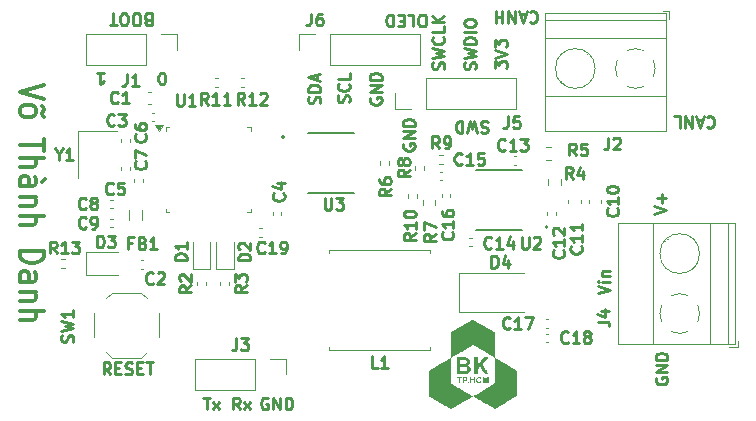
<source format=gbr>
%TF.GenerationSoftware,KiCad,Pcbnew,8.0.1*%
%TF.CreationDate,2024-11-21T12:07:33+07:00*%
%TF.ProjectId,Monitor,4d6f6e69-746f-4722-9e6b-696361645f70,rev?*%
%TF.SameCoordinates,Original*%
%TF.FileFunction,Legend,Top*%
%TF.FilePolarity,Positive*%
%FSLAX46Y46*%
G04 Gerber Fmt 4.6, Leading zero omitted, Abs format (unit mm)*
G04 Created by KiCad (PCBNEW 8.0.1) date 2024-11-21 12:07:33*
%MOMM*%
%LPD*%
G01*
G04 APERTURE LIST*
%ADD10C,0.250000*%
%ADD11C,0.360000*%
%ADD12C,0.000000*%
%ADD13C,0.120000*%
%ADD14C,0.127000*%
%ADD15C,0.200000*%
G04 APERTURE END LIST*
D10*
X102764619Y-108940288D02*
X103764619Y-108606955D01*
X103764619Y-108606955D02*
X102764619Y-108273622D01*
X103383666Y-107940288D02*
X103383666Y-107178384D01*
X103764619Y-107559336D02*
X103002714Y-107559336D01*
X61106955Y-97935380D02*
X61011717Y-97935380D01*
X61011717Y-97935380D02*
X60916479Y-97887761D01*
X60916479Y-97887761D02*
X60868860Y-97840142D01*
X60868860Y-97840142D02*
X60821241Y-97744904D01*
X60821241Y-97744904D02*
X60773622Y-97554428D01*
X60773622Y-97554428D02*
X60773622Y-97316333D01*
X60773622Y-97316333D02*
X60821241Y-97125857D01*
X60821241Y-97125857D02*
X60868860Y-97030619D01*
X60868860Y-97030619D02*
X60916479Y-96983000D01*
X60916479Y-96983000D02*
X61011717Y-96935380D01*
X61011717Y-96935380D02*
X61106955Y-96935380D01*
X61106955Y-96935380D02*
X61202193Y-96983000D01*
X61202193Y-96983000D02*
X61249812Y-97030619D01*
X61249812Y-97030619D02*
X61297431Y-97125857D01*
X61297431Y-97125857D02*
X61345050Y-97316333D01*
X61345050Y-97316333D02*
X61345050Y-97554428D01*
X61345050Y-97554428D02*
X61297431Y-97744904D01*
X61297431Y-97744904D02*
X61249812Y-97840142D01*
X61249812Y-97840142D02*
X61202193Y-97887761D01*
X61202193Y-97887761D02*
X61106955Y-97935380D01*
X88645050Y-101083000D02*
X88502193Y-101035380D01*
X88502193Y-101035380D02*
X88264098Y-101035380D01*
X88264098Y-101035380D02*
X88168860Y-101083000D01*
X88168860Y-101083000D02*
X88121241Y-101130619D01*
X88121241Y-101130619D02*
X88073622Y-101225857D01*
X88073622Y-101225857D02*
X88073622Y-101321095D01*
X88073622Y-101321095D02*
X88121241Y-101416333D01*
X88121241Y-101416333D02*
X88168860Y-101463952D01*
X88168860Y-101463952D02*
X88264098Y-101511571D01*
X88264098Y-101511571D02*
X88454574Y-101559190D01*
X88454574Y-101559190D02*
X88549812Y-101606809D01*
X88549812Y-101606809D02*
X88597431Y-101654428D01*
X88597431Y-101654428D02*
X88645050Y-101749666D01*
X88645050Y-101749666D02*
X88645050Y-101844904D01*
X88645050Y-101844904D02*
X88597431Y-101940142D01*
X88597431Y-101940142D02*
X88549812Y-101987761D01*
X88549812Y-101987761D02*
X88454574Y-102035380D01*
X88454574Y-102035380D02*
X88216479Y-102035380D01*
X88216479Y-102035380D02*
X88073622Y-101987761D01*
X87740288Y-102035380D02*
X87502193Y-101035380D01*
X87502193Y-101035380D02*
X87311717Y-101749666D01*
X87311717Y-101749666D02*
X87121241Y-101035380D01*
X87121241Y-101035380D02*
X86883146Y-102035380D01*
X86502193Y-101035380D02*
X86502193Y-102035380D01*
X86502193Y-102035380D02*
X86264098Y-102035380D01*
X86264098Y-102035380D02*
X86121241Y-101987761D01*
X86121241Y-101987761D02*
X86026003Y-101892523D01*
X86026003Y-101892523D02*
X85978384Y-101797285D01*
X85978384Y-101797285D02*
X85930765Y-101606809D01*
X85930765Y-101606809D02*
X85930765Y-101463952D01*
X85930765Y-101463952D02*
X85978384Y-101273476D01*
X85978384Y-101273476D02*
X86026003Y-101178238D01*
X86026003Y-101178238D02*
X86121241Y-101083000D01*
X86121241Y-101083000D02*
X86264098Y-101035380D01*
X86264098Y-101035380D02*
X86502193Y-101035380D01*
X87617000Y-96645050D02*
X87664619Y-96502193D01*
X87664619Y-96502193D02*
X87664619Y-96264098D01*
X87664619Y-96264098D02*
X87617000Y-96168860D01*
X87617000Y-96168860D02*
X87569380Y-96121241D01*
X87569380Y-96121241D02*
X87474142Y-96073622D01*
X87474142Y-96073622D02*
X87378904Y-96073622D01*
X87378904Y-96073622D02*
X87283666Y-96121241D01*
X87283666Y-96121241D02*
X87236047Y-96168860D01*
X87236047Y-96168860D02*
X87188428Y-96264098D01*
X87188428Y-96264098D02*
X87140809Y-96454574D01*
X87140809Y-96454574D02*
X87093190Y-96549812D01*
X87093190Y-96549812D02*
X87045571Y-96597431D01*
X87045571Y-96597431D02*
X86950333Y-96645050D01*
X86950333Y-96645050D02*
X86855095Y-96645050D01*
X86855095Y-96645050D02*
X86759857Y-96597431D01*
X86759857Y-96597431D02*
X86712238Y-96549812D01*
X86712238Y-96549812D02*
X86664619Y-96454574D01*
X86664619Y-96454574D02*
X86664619Y-96216479D01*
X86664619Y-96216479D02*
X86712238Y-96073622D01*
X86664619Y-95740288D02*
X87664619Y-95502193D01*
X87664619Y-95502193D02*
X86950333Y-95311717D01*
X86950333Y-95311717D02*
X87664619Y-95121241D01*
X87664619Y-95121241D02*
X86664619Y-94883146D01*
X87664619Y-94502193D02*
X86664619Y-94502193D01*
X86664619Y-94502193D02*
X86664619Y-94264098D01*
X86664619Y-94264098D02*
X86712238Y-94121241D01*
X86712238Y-94121241D02*
X86807476Y-94026003D01*
X86807476Y-94026003D02*
X86902714Y-93978384D01*
X86902714Y-93978384D02*
X87093190Y-93930765D01*
X87093190Y-93930765D02*
X87236047Y-93930765D01*
X87236047Y-93930765D02*
X87426523Y-93978384D01*
X87426523Y-93978384D02*
X87521761Y-94026003D01*
X87521761Y-94026003D02*
X87617000Y-94121241D01*
X87617000Y-94121241D02*
X87664619Y-94264098D01*
X87664619Y-94264098D02*
X87664619Y-94502193D01*
X87664619Y-93502193D02*
X86664619Y-93502193D01*
X86664619Y-92835527D02*
X86664619Y-92645051D01*
X86664619Y-92645051D02*
X86712238Y-92549813D01*
X86712238Y-92549813D02*
X86807476Y-92454575D01*
X86807476Y-92454575D02*
X86997952Y-92406956D01*
X86997952Y-92406956D02*
X87331285Y-92406956D01*
X87331285Y-92406956D02*
X87521761Y-92454575D01*
X87521761Y-92454575D02*
X87617000Y-92549813D01*
X87617000Y-92549813D02*
X87664619Y-92645051D01*
X87664619Y-92645051D02*
X87664619Y-92835527D01*
X87664619Y-92835527D02*
X87617000Y-92930765D01*
X87617000Y-92930765D02*
X87521761Y-93026003D01*
X87521761Y-93026003D02*
X87331285Y-93073622D01*
X87331285Y-93073622D02*
X86997952Y-93073622D01*
X86997952Y-93073622D02*
X86807476Y-93026003D01*
X86807476Y-93026003D02*
X86712238Y-92930765D01*
X86712238Y-92930765D02*
X86664619Y-92835527D01*
X64559711Y-124464619D02*
X65131139Y-124464619D01*
X64845425Y-125464619D02*
X64845425Y-124464619D01*
X65369235Y-125464619D02*
X65893044Y-124797952D01*
X65369235Y-124797952D02*
X65893044Y-125464619D01*
X55573622Y-96935380D02*
X56145050Y-96935380D01*
X55859336Y-96935380D02*
X55859336Y-97935380D01*
X55859336Y-97935380D02*
X55954574Y-97792523D01*
X55954574Y-97792523D02*
X56049812Y-97697285D01*
X56049812Y-97697285D02*
X56145050Y-97649666D01*
X81512238Y-102973622D02*
X81464619Y-103068860D01*
X81464619Y-103068860D02*
X81464619Y-103211717D01*
X81464619Y-103211717D02*
X81512238Y-103354574D01*
X81512238Y-103354574D02*
X81607476Y-103449812D01*
X81607476Y-103449812D02*
X81702714Y-103497431D01*
X81702714Y-103497431D02*
X81893190Y-103545050D01*
X81893190Y-103545050D02*
X82036047Y-103545050D01*
X82036047Y-103545050D02*
X82226523Y-103497431D01*
X82226523Y-103497431D02*
X82321761Y-103449812D01*
X82321761Y-103449812D02*
X82417000Y-103354574D01*
X82417000Y-103354574D02*
X82464619Y-103211717D01*
X82464619Y-103211717D02*
X82464619Y-103116479D01*
X82464619Y-103116479D02*
X82417000Y-102973622D01*
X82417000Y-102973622D02*
X82369380Y-102926003D01*
X82369380Y-102926003D02*
X82036047Y-102926003D01*
X82036047Y-102926003D02*
X82036047Y-103116479D01*
X82464619Y-102497431D02*
X81464619Y-102497431D01*
X81464619Y-102497431D02*
X82464619Y-101926003D01*
X82464619Y-101926003D02*
X81464619Y-101926003D01*
X82464619Y-101449812D02*
X81464619Y-101449812D01*
X81464619Y-101449812D02*
X81464619Y-101211717D01*
X81464619Y-101211717D02*
X81512238Y-101068860D01*
X81512238Y-101068860D02*
X81607476Y-100973622D01*
X81607476Y-100973622D02*
X81702714Y-100926003D01*
X81702714Y-100926003D02*
X81893190Y-100878384D01*
X81893190Y-100878384D02*
X82036047Y-100878384D01*
X82036047Y-100878384D02*
X82226523Y-100926003D01*
X82226523Y-100926003D02*
X82321761Y-100973622D01*
X82321761Y-100973622D02*
X82417000Y-101068860D01*
X82417000Y-101068860D02*
X82464619Y-101211717D01*
X82464619Y-101211717D02*
X82464619Y-101449812D01*
D11*
X51063481Y-98008270D02*
X49063481Y-98608270D01*
X49063481Y-98608270D02*
X51063481Y-99208270D01*
X49063481Y-100065413D02*
X49158720Y-99893984D01*
X49158720Y-99893984D02*
X49253958Y-99808270D01*
X49253958Y-99808270D02*
X49444434Y-99722556D01*
X49444434Y-99722556D02*
X50015862Y-99722556D01*
X50015862Y-99722556D02*
X50206339Y-99808270D01*
X50206339Y-99808270D02*
X50301577Y-99893984D01*
X50301577Y-99893984D02*
X50396815Y-100065413D01*
X50396815Y-100065413D02*
X50396815Y-100322556D01*
X50396815Y-100322556D02*
X50301577Y-100493984D01*
X50301577Y-100493984D02*
X50206339Y-100579699D01*
X50206339Y-100579699D02*
X50015862Y-100665413D01*
X50015862Y-100665413D02*
X49444434Y-100665413D01*
X49444434Y-100665413D02*
X49253958Y-100579699D01*
X49253958Y-100579699D02*
X49158720Y-100493984D01*
X49158720Y-100493984D02*
X49063481Y-100322556D01*
X49063481Y-100322556D02*
X49063481Y-100065413D01*
X50873005Y-99808270D02*
X50968243Y-99893984D01*
X50968243Y-99893984D02*
X51063481Y-100065413D01*
X51063481Y-100065413D02*
X50873005Y-100408270D01*
X50873005Y-100408270D02*
X50968243Y-100579699D01*
X50968243Y-100579699D02*
X51063481Y-100665413D01*
X51063481Y-102551127D02*
X51063481Y-103579699D01*
X49063481Y-103065413D02*
X51063481Y-103065413D01*
X49063481Y-104179699D02*
X51063481Y-104179699D01*
X49063481Y-104951128D02*
X50111100Y-104951128D01*
X50111100Y-104951128D02*
X50301577Y-104865413D01*
X50301577Y-104865413D02*
X50396815Y-104693985D01*
X50396815Y-104693985D02*
X50396815Y-104436842D01*
X50396815Y-104436842D02*
X50301577Y-104265413D01*
X50301577Y-104265413D02*
X50206339Y-104179699D01*
X49063481Y-106579699D02*
X50111100Y-106579699D01*
X50111100Y-106579699D02*
X50301577Y-106493984D01*
X50301577Y-106493984D02*
X50396815Y-106322556D01*
X50396815Y-106322556D02*
X50396815Y-105979699D01*
X50396815Y-105979699D02*
X50301577Y-105808270D01*
X49158720Y-106579699D02*
X49063481Y-106408270D01*
X49063481Y-106408270D02*
X49063481Y-105979699D01*
X49063481Y-105979699D02*
X49158720Y-105808270D01*
X49158720Y-105808270D02*
X49349196Y-105722556D01*
X49349196Y-105722556D02*
X49539672Y-105722556D01*
X49539672Y-105722556D02*
X49730148Y-105808270D01*
X49730148Y-105808270D02*
X49825386Y-105979699D01*
X49825386Y-105979699D02*
X49825386Y-106408270D01*
X49825386Y-106408270D02*
X49920624Y-106579699D01*
X51158720Y-105979699D02*
X50873005Y-106236841D01*
X50396815Y-107436841D02*
X49063481Y-107436841D01*
X50206339Y-107436841D02*
X50301577Y-107522555D01*
X50301577Y-107522555D02*
X50396815Y-107693984D01*
X50396815Y-107693984D02*
X50396815Y-107951127D01*
X50396815Y-107951127D02*
X50301577Y-108122555D01*
X50301577Y-108122555D02*
X50111100Y-108208270D01*
X50111100Y-108208270D02*
X49063481Y-108208270D01*
X49063481Y-109065412D02*
X51063481Y-109065412D01*
X49063481Y-109836841D02*
X50111100Y-109836841D01*
X50111100Y-109836841D02*
X50301577Y-109751126D01*
X50301577Y-109751126D02*
X50396815Y-109579698D01*
X50396815Y-109579698D02*
X50396815Y-109322555D01*
X50396815Y-109322555D02*
X50301577Y-109151126D01*
X50301577Y-109151126D02*
X50206339Y-109065412D01*
X49063481Y-112065412D02*
X51063481Y-112065412D01*
X51063481Y-112065412D02*
X51063481Y-112493983D01*
X51063481Y-112493983D02*
X50968243Y-112751126D01*
X50968243Y-112751126D02*
X50777767Y-112922555D01*
X50777767Y-112922555D02*
X50587291Y-113008269D01*
X50587291Y-113008269D02*
X50206339Y-113093983D01*
X50206339Y-113093983D02*
X49920624Y-113093983D01*
X49920624Y-113093983D02*
X49539672Y-113008269D01*
X49539672Y-113008269D02*
X49349196Y-112922555D01*
X49349196Y-112922555D02*
X49158720Y-112751126D01*
X49158720Y-112751126D02*
X49063481Y-112493983D01*
X49063481Y-112493983D02*
X49063481Y-112065412D01*
X49063481Y-114636841D02*
X50111100Y-114636841D01*
X50111100Y-114636841D02*
X50301577Y-114551126D01*
X50301577Y-114551126D02*
X50396815Y-114379698D01*
X50396815Y-114379698D02*
X50396815Y-114036841D01*
X50396815Y-114036841D02*
X50301577Y-113865412D01*
X49158720Y-114636841D02*
X49063481Y-114465412D01*
X49063481Y-114465412D02*
X49063481Y-114036841D01*
X49063481Y-114036841D02*
X49158720Y-113865412D01*
X49158720Y-113865412D02*
X49349196Y-113779698D01*
X49349196Y-113779698D02*
X49539672Y-113779698D01*
X49539672Y-113779698D02*
X49730148Y-113865412D01*
X49730148Y-113865412D02*
X49825386Y-114036841D01*
X49825386Y-114036841D02*
X49825386Y-114465412D01*
X49825386Y-114465412D02*
X49920624Y-114636841D01*
X50396815Y-115493983D02*
X49063481Y-115493983D01*
X50206339Y-115493983D02*
X50301577Y-115579697D01*
X50301577Y-115579697D02*
X50396815Y-115751126D01*
X50396815Y-115751126D02*
X50396815Y-116008269D01*
X50396815Y-116008269D02*
X50301577Y-116179697D01*
X50301577Y-116179697D02*
X50111100Y-116265412D01*
X50111100Y-116265412D02*
X49063481Y-116265412D01*
X49063481Y-117122554D02*
X51063481Y-117122554D01*
X49063481Y-117893983D02*
X50111100Y-117893983D01*
X50111100Y-117893983D02*
X50301577Y-117808268D01*
X50301577Y-117808268D02*
X50396815Y-117636840D01*
X50396815Y-117636840D02*
X50396815Y-117379697D01*
X50396815Y-117379697D02*
X50301577Y-117208268D01*
X50301577Y-117208268D02*
X50206339Y-117122554D01*
D10*
X83206955Y-93035380D02*
X83016479Y-93035380D01*
X83016479Y-93035380D02*
X82921241Y-92987761D01*
X82921241Y-92987761D02*
X82826003Y-92892523D01*
X82826003Y-92892523D02*
X82778384Y-92702047D01*
X82778384Y-92702047D02*
X82778384Y-92368714D01*
X82778384Y-92368714D02*
X82826003Y-92178238D01*
X82826003Y-92178238D02*
X82921241Y-92083000D01*
X82921241Y-92083000D02*
X83016479Y-92035380D01*
X83016479Y-92035380D02*
X83206955Y-92035380D01*
X83206955Y-92035380D02*
X83302193Y-92083000D01*
X83302193Y-92083000D02*
X83397431Y-92178238D01*
X83397431Y-92178238D02*
X83445050Y-92368714D01*
X83445050Y-92368714D02*
X83445050Y-92702047D01*
X83445050Y-92702047D02*
X83397431Y-92892523D01*
X83397431Y-92892523D02*
X83302193Y-92987761D01*
X83302193Y-92987761D02*
X83206955Y-93035380D01*
X81873622Y-92035380D02*
X82349812Y-92035380D01*
X82349812Y-92035380D02*
X82349812Y-93035380D01*
X81540288Y-92559190D02*
X81206955Y-92559190D01*
X81064098Y-92035380D02*
X81540288Y-92035380D01*
X81540288Y-92035380D02*
X81540288Y-93035380D01*
X81540288Y-93035380D02*
X81064098Y-93035380D01*
X80635526Y-92035380D02*
X80635526Y-93035380D01*
X80635526Y-93035380D02*
X80397431Y-93035380D01*
X80397431Y-93035380D02*
X80254574Y-92987761D01*
X80254574Y-92987761D02*
X80159336Y-92892523D01*
X80159336Y-92892523D02*
X80111717Y-92797285D01*
X80111717Y-92797285D02*
X80064098Y-92606809D01*
X80064098Y-92606809D02*
X80064098Y-92463952D01*
X80064098Y-92463952D02*
X80111717Y-92273476D01*
X80111717Y-92273476D02*
X80159336Y-92178238D01*
X80159336Y-92178238D02*
X80254574Y-92083000D01*
X80254574Y-92083000D02*
X80397431Y-92035380D01*
X80397431Y-92035380D02*
X80635526Y-92035380D01*
X70026377Y-124512238D02*
X69931139Y-124464619D01*
X69931139Y-124464619D02*
X69788282Y-124464619D01*
X69788282Y-124464619D02*
X69645425Y-124512238D01*
X69645425Y-124512238D02*
X69550187Y-124607476D01*
X69550187Y-124607476D02*
X69502568Y-124702714D01*
X69502568Y-124702714D02*
X69454949Y-124893190D01*
X69454949Y-124893190D02*
X69454949Y-125036047D01*
X69454949Y-125036047D02*
X69502568Y-125226523D01*
X69502568Y-125226523D02*
X69550187Y-125321761D01*
X69550187Y-125321761D02*
X69645425Y-125417000D01*
X69645425Y-125417000D02*
X69788282Y-125464619D01*
X69788282Y-125464619D02*
X69883520Y-125464619D01*
X69883520Y-125464619D02*
X70026377Y-125417000D01*
X70026377Y-125417000D02*
X70073996Y-125369380D01*
X70073996Y-125369380D02*
X70073996Y-125036047D01*
X70073996Y-125036047D02*
X69883520Y-125036047D01*
X70502568Y-125464619D02*
X70502568Y-124464619D01*
X70502568Y-124464619D02*
X71073996Y-125464619D01*
X71073996Y-125464619D02*
X71073996Y-124464619D01*
X71550187Y-125464619D02*
X71550187Y-124464619D01*
X71550187Y-124464619D02*
X71788282Y-124464619D01*
X71788282Y-124464619D02*
X71931139Y-124512238D01*
X71931139Y-124512238D02*
X72026377Y-124607476D01*
X72026377Y-124607476D02*
X72073996Y-124702714D01*
X72073996Y-124702714D02*
X72121615Y-124893190D01*
X72121615Y-124893190D02*
X72121615Y-125036047D01*
X72121615Y-125036047D02*
X72073996Y-125226523D01*
X72073996Y-125226523D02*
X72026377Y-125321761D01*
X72026377Y-125321761D02*
X71931139Y-125417000D01*
X71931139Y-125417000D02*
X71788282Y-125464619D01*
X71788282Y-125464619D02*
X71550187Y-125464619D01*
X67673996Y-125464619D02*
X67340663Y-124988428D01*
X67102568Y-125464619D02*
X67102568Y-124464619D01*
X67102568Y-124464619D02*
X67483520Y-124464619D01*
X67483520Y-124464619D02*
X67578758Y-124512238D01*
X67578758Y-124512238D02*
X67626377Y-124559857D01*
X67626377Y-124559857D02*
X67673996Y-124655095D01*
X67673996Y-124655095D02*
X67673996Y-124797952D01*
X67673996Y-124797952D02*
X67626377Y-124893190D01*
X67626377Y-124893190D02*
X67578758Y-124940809D01*
X67578758Y-124940809D02*
X67483520Y-124988428D01*
X67483520Y-124988428D02*
X67102568Y-124988428D01*
X68007330Y-125464619D02*
X68531139Y-124797952D01*
X68007330Y-124797952D02*
X68531139Y-125464619D01*
X56693996Y-122484619D02*
X56360663Y-122008428D01*
X56122568Y-122484619D02*
X56122568Y-121484619D01*
X56122568Y-121484619D02*
X56503520Y-121484619D01*
X56503520Y-121484619D02*
X56598758Y-121532238D01*
X56598758Y-121532238D02*
X56646377Y-121579857D01*
X56646377Y-121579857D02*
X56693996Y-121675095D01*
X56693996Y-121675095D02*
X56693996Y-121817952D01*
X56693996Y-121817952D02*
X56646377Y-121913190D01*
X56646377Y-121913190D02*
X56598758Y-121960809D01*
X56598758Y-121960809D02*
X56503520Y-122008428D01*
X56503520Y-122008428D02*
X56122568Y-122008428D01*
X57122568Y-121960809D02*
X57455901Y-121960809D01*
X57598758Y-122484619D02*
X57122568Y-122484619D01*
X57122568Y-122484619D02*
X57122568Y-121484619D01*
X57122568Y-121484619D02*
X57598758Y-121484619D01*
X57979711Y-122437000D02*
X58122568Y-122484619D01*
X58122568Y-122484619D02*
X58360663Y-122484619D01*
X58360663Y-122484619D02*
X58455901Y-122437000D01*
X58455901Y-122437000D02*
X58503520Y-122389380D01*
X58503520Y-122389380D02*
X58551139Y-122294142D01*
X58551139Y-122294142D02*
X58551139Y-122198904D01*
X58551139Y-122198904D02*
X58503520Y-122103666D01*
X58503520Y-122103666D02*
X58455901Y-122056047D01*
X58455901Y-122056047D02*
X58360663Y-122008428D01*
X58360663Y-122008428D02*
X58170187Y-121960809D01*
X58170187Y-121960809D02*
X58074949Y-121913190D01*
X58074949Y-121913190D02*
X58027330Y-121865571D01*
X58027330Y-121865571D02*
X57979711Y-121770333D01*
X57979711Y-121770333D02*
X57979711Y-121675095D01*
X57979711Y-121675095D02*
X58027330Y-121579857D01*
X58027330Y-121579857D02*
X58074949Y-121532238D01*
X58074949Y-121532238D02*
X58170187Y-121484619D01*
X58170187Y-121484619D02*
X58408282Y-121484619D01*
X58408282Y-121484619D02*
X58551139Y-121532238D01*
X58979711Y-121960809D02*
X59313044Y-121960809D01*
X59455901Y-122484619D02*
X58979711Y-122484619D01*
X58979711Y-122484619D02*
X58979711Y-121484619D01*
X58979711Y-121484619D02*
X59455901Y-121484619D01*
X59741616Y-121484619D02*
X60313044Y-121484619D01*
X60027330Y-122484619D02*
X60027330Y-121484619D01*
X102912238Y-122773622D02*
X102864619Y-122868860D01*
X102864619Y-122868860D02*
X102864619Y-123011717D01*
X102864619Y-123011717D02*
X102912238Y-123154574D01*
X102912238Y-123154574D02*
X103007476Y-123249812D01*
X103007476Y-123249812D02*
X103102714Y-123297431D01*
X103102714Y-123297431D02*
X103293190Y-123345050D01*
X103293190Y-123345050D02*
X103436047Y-123345050D01*
X103436047Y-123345050D02*
X103626523Y-123297431D01*
X103626523Y-123297431D02*
X103721761Y-123249812D01*
X103721761Y-123249812D02*
X103817000Y-123154574D01*
X103817000Y-123154574D02*
X103864619Y-123011717D01*
X103864619Y-123011717D02*
X103864619Y-122916479D01*
X103864619Y-122916479D02*
X103817000Y-122773622D01*
X103817000Y-122773622D02*
X103769380Y-122726003D01*
X103769380Y-122726003D02*
X103436047Y-122726003D01*
X103436047Y-122726003D02*
X103436047Y-122916479D01*
X103864619Y-122297431D02*
X102864619Y-122297431D01*
X102864619Y-122297431D02*
X103864619Y-121726003D01*
X103864619Y-121726003D02*
X102864619Y-121726003D01*
X103864619Y-121249812D02*
X102864619Y-121249812D01*
X102864619Y-121249812D02*
X102864619Y-121011717D01*
X102864619Y-121011717D02*
X102912238Y-120868860D01*
X102912238Y-120868860D02*
X103007476Y-120773622D01*
X103007476Y-120773622D02*
X103102714Y-120726003D01*
X103102714Y-120726003D02*
X103293190Y-120678384D01*
X103293190Y-120678384D02*
X103436047Y-120678384D01*
X103436047Y-120678384D02*
X103626523Y-120726003D01*
X103626523Y-120726003D02*
X103721761Y-120773622D01*
X103721761Y-120773622D02*
X103817000Y-120868860D01*
X103817000Y-120868860D02*
X103864619Y-121011717D01*
X103864619Y-121011717D02*
X103864619Y-121249812D01*
X97964619Y-115640288D02*
X98964619Y-115306955D01*
X98964619Y-115306955D02*
X97964619Y-114973622D01*
X98964619Y-114640288D02*
X98297952Y-114640288D01*
X97964619Y-114640288D02*
X98012238Y-114687907D01*
X98012238Y-114687907D02*
X98059857Y-114640288D01*
X98059857Y-114640288D02*
X98012238Y-114592669D01*
X98012238Y-114592669D02*
X97964619Y-114640288D01*
X97964619Y-114640288D02*
X98059857Y-114640288D01*
X98297952Y-114164098D02*
X98964619Y-114164098D01*
X98393190Y-114164098D02*
X98345571Y-114116479D01*
X98345571Y-114116479D02*
X98297952Y-114021241D01*
X98297952Y-114021241D02*
X98297952Y-113878384D01*
X98297952Y-113878384D02*
X98345571Y-113783146D01*
X98345571Y-113783146D02*
X98440809Y-113735527D01*
X98440809Y-113735527D02*
X98964619Y-113735527D01*
X89264619Y-96592669D02*
X89264619Y-95973622D01*
X89264619Y-95973622D02*
X89645571Y-96306955D01*
X89645571Y-96306955D02*
X89645571Y-96164098D01*
X89645571Y-96164098D02*
X89693190Y-96068860D01*
X89693190Y-96068860D02*
X89740809Y-96021241D01*
X89740809Y-96021241D02*
X89836047Y-95973622D01*
X89836047Y-95973622D02*
X90074142Y-95973622D01*
X90074142Y-95973622D02*
X90169380Y-96021241D01*
X90169380Y-96021241D02*
X90217000Y-96068860D01*
X90217000Y-96068860D02*
X90264619Y-96164098D01*
X90264619Y-96164098D02*
X90264619Y-96449812D01*
X90264619Y-96449812D02*
X90217000Y-96545050D01*
X90217000Y-96545050D02*
X90169380Y-96592669D01*
X89264619Y-95687907D02*
X90264619Y-95354574D01*
X90264619Y-95354574D02*
X89264619Y-95021241D01*
X89264619Y-94783145D02*
X89264619Y-94164098D01*
X89264619Y-94164098D02*
X89645571Y-94497431D01*
X89645571Y-94497431D02*
X89645571Y-94354574D01*
X89645571Y-94354574D02*
X89693190Y-94259336D01*
X89693190Y-94259336D02*
X89740809Y-94211717D01*
X89740809Y-94211717D02*
X89836047Y-94164098D01*
X89836047Y-94164098D02*
X90074142Y-94164098D01*
X90074142Y-94164098D02*
X90169380Y-94211717D01*
X90169380Y-94211717D02*
X90217000Y-94259336D01*
X90217000Y-94259336D02*
X90264619Y-94354574D01*
X90264619Y-94354574D02*
X90264619Y-94640288D01*
X90264619Y-94640288D02*
X90217000Y-94735526D01*
X90217000Y-94735526D02*
X90169380Y-94783145D01*
X92226003Y-91830619D02*
X92273622Y-91783000D01*
X92273622Y-91783000D02*
X92416479Y-91735380D01*
X92416479Y-91735380D02*
X92511717Y-91735380D01*
X92511717Y-91735380D02*
X92654574Y-91783000D01*
X92654574Y-91783000D02*
X92749812Y-91878238D01*
X92749812Y-91878238D02*
X92797431Y-91973476D01*
X92797431Y-91973476D02*
X92845050Y-92163952D01*
X92845050Y-92163952D02*
X92845050Y-92306809D01*
X92845050Y-92306809D02*
X92797431Y-92497285D01*
X92797431Y-92497285D02*
X92749812Y-92592523D01*
X92749812Y-92592523D02*
X92654574Y-92687761D01*
X92654574Y-92687761D02*
X92511717Y-92735380D01*
X92511717Y-92735380D02*
X92416479Y-92735380D01*
X92416479Y-92735380D02*
X92273622Y-92687761D01*
X92273622Y-92687761D02*
X92226003Y-92640142D01*
X91845050Y-92021095D02*
X91368860Y-92021095D01*
X91940288Y-91735380D02*
X91606955Y-92735380D01*
X91606955Y-92735380D02*
X91273622Y-91735380D01*
X90940288Y-91735380D02*
X90940288Y-92735380D01*
X90940288Y-92735380D02*
X90368860Y-91735380D01*
X90368860Y-91735380D02*
X90368860Y-92735380D01*
X89892669Y-91735380D02*
X89892669Y-92735380D01*
X89892669Y-92259190D02*
X89321241Y-92259190D01*
X89321241Y-91735380D02*
X89321241Y-92735380D01*
X84917000Y-96645050D02*
X84964619Y-96502193D01*
X84964619Y-96502193D02*
X84964619Y-96264098D01*
X84964619Y-96264098D02*
X84917000Y-96168860D01*
X84917000Y-96168860D02*
X84869380Y-96121241D01*
X84869380Y-96121241D02*
X84774142Y-96073622D01*
X84774142Y-96073622D02*
X84678904Y-96073622D01*
X84678904Y-96073622D02*
X84583666Y-96121241D01*
X84583666Y-96121241D02*
X84536047Y-96168860D01*
X84536047Y-96168860D02*
X84488428Y-96264098D01*
X84488428Y-96264098D02*
X84440809Y-96454574D01*
X84440809Y-96454574D02*
X84393190Y-96549812D01*
X84393190Y-96549812D02*
X84345571Y-96597431D01*
X84345571Y-96597431D02*
X84250333Y-96645050D01*
X84250333Y-96645050D02*
X84155095Y-96645050D01*
X84155095Y-96645050D02*
X84059857Y-96597431D01*
X84059857Y-96597431D02*
X84012238Y-96549812D01*
X84012238Y-96549812D02*
X83964619Y-96454574D01*
X83964619Y-96454574D02*
X83964619Y-96216479D01*
X83964619Y-96216479D02*
X84012238Y-96073622D01*
X83964619Y-95740288D02*
X84964619Y-95502193D01*
X84964619Y-95502193D02*
X84250333Y-95311717D01*
X84250333Y-95311717D02*
X84964619Y-95121241D01*
X84964619Y-95121241D02*
X83964619Y-94883146D01*
X84869380Y-93930765D02*
X84917000Y-93978384D01*
X84917000Y-93978384D02*
X84964619Y-94121241D01*
X84964619Y-94121241D02*
X84964619Y-94216479D01*
X84964619Y-94216479D02*
X84917000Y-94359336D01*
X84917000Y-94359336D02*
X84821761Y-94454574D01*
X84821761Y-94454574D02*
X84726523Y-94502193D01*
X84726523Y-94502193D02*
X84536047Y-94549812D01*
X84536047Y-94549812D02*
X84393190Y-94549812D01*
X84393190Y-94549812D02*
X84202714Y-94502193D01*
X84202714Y-94502193D02*
X84107476Y-94454574D01*
X84107476Y-94454574D02*
X84012238Y-94359336D01*
X84012238Y-94359336D02*
X83964619Y-94216479D01*
X83964619Y-94216479D02*
X83964619Y-94121241D01*
X83964619Y-94121241D02*
X84012238Y-93978384D01*
X84012238Y-93978384D02*
X84059857Y-93930765D01*
X84964619Y-93026003D02*
X84964619Y-93502193D01*
X84964619Y-93502193D02*
X83964619Y-93502193D01*
X84964619Y-92692669D02*
X83964619Y-92692669D01*
X84964619Y-92121241D02*
X84393190Y-92549812D01*
X83964619Y-92121241D02*
X84536047Y-92692669D01*
X76917000Y-99445050D02*
X76964619Y-99302193D01*
X76964619Y-99302193D02*
X76964619Y-99064098D01*
X76964619Y-99064098D02*
X76917000Y-98968860D01*
X76917000Y-98968860D02*
X76869380Y-98921241D01*
X76869380Y-98921241D02*
X76774142Y-98873622D01*
X76774142Y-98873622D02*
X76678904Y-98873622D01*
X76678904Y-98873622D02*
X76583666Y-98921241D01*
X76583666Y-98921241D02*
X76536047Y-98968860D01*
X76536047Y-98968860D02*
X76488428Y-99064098D01*
X76488428Y-99064098D02*
X76440809Y-99254574D01*
X76440809Y-99254574D02*
X76393190Y-99349812D01*
X76393190Y-99349812D02*
X76345571Y-99397431D01*
X76345571Y-99397431D02*
X76250333Y-99445050D01*
X76250333Y-99445050D02*
X76155095Y-99445050D01*
X76155095Y-99445050D02*
X76059857Y-99397431D01*
X76059857Y-99397431D02*
X76012238Y-99349812D01*
X76012238Y-99349812D02*
X75964619Y-99254574D01*
X75964619Y-99254574D02*
X75964619Y-99016479D01*
X75964619Y-99016479D02*
X76012238Y-98873622D01*
X76869380Y-97873622D02*
X76917000Y-97921241D01*
X76917000Y-97921241D02*
X76964619Y-98064098D01*
X76964619Y-98064098D02*
X76964619Y-98159336D01*
X76964619Y-98159336D02*
X76917000Y-98302193D01*
X76917000Y-98302193D02*
X76821761Y-98397431D01*
X76821761Y-98397431D02*
X76726523Y-98445050D01*
X76726523Y-98445050D02*
X76536047Y-98492669D01*
X76536047Y-98492669D02*
X76393190Y-98492669D01*
X76393190Y-98492669D02*
X76202714Y-98445050D01*
X76202714Y-98445050D02*
X76107476Y-98397431D01*
X76107476Y-98397431D02*
X76012238Y-98302193D01*
X76012238Y-98302193D02*
X75964619Y-98159336D01*
X75964619Y-98159336D02*
X75964619Y-98064098D01*
X75964619Y-98064098D02*
X76012238Y-97921241D01*
X76012238Y-97921241D02*
X76059857Y-97873622D01*
X76964619Y-96968860D02*
X76964619Y-97445050D01*
X76964619Y-97445050D02*
X75964619Y-97445050D01*
X59864098Y-92459190D02*
X59721241Y-92411571D01*
X59721241Y-92411571D02*
X59673622Y-92363952D01*
X59673622Y-92363952D02*
X59626003Y-92268714D01*
X59626003Y-92268714D02*
X59626003Y-92125857D01*
X59626003Y-92125857D02*
X59673622Y-92030619D01*
X59673622Y-92030619D02*
X59721241Y-91983000D01*
X59721241Y-91983000D02*
X59816479Y-91935380D01*
X59816479Y-91935380D02*
X60197431Y-91935380D01*
X60197431Y-91935380D02*
X60197431Y-92935380D01*
X60197431Y-92935380D02*
X59864098Y-92935380D01*
X59864098Y-92935380D02*
X59768860Y-92887761D01*
X59768860Y-92887761D02*
X59721241Y-92840142D01*
X59721241Y-92840142D02*
X59673622Y-92744904D01*
X59673622Y-92744904D02*
X59673622Y-92649666D01*
X59673622Y-92649666D02*
X59721241Y-92554428D01*
X59721241Y-92554428D02*
X59768860Y-92506809D01*
X59768860Y-92506809D02*
X59864098Y-92459190D01*
X59864098Y-92459190D02*
X60197431Y-92459190D01*
X59006955Y-92935380D02*
X58816479Y-92935380D01*
X58816479Y-92935380D02*
X58721241Y-92887761D01*
X58721241Y-92887761D02*
X58626003Y-92792523D01*
X58626003Y-92792523D02*
X58578384Y-92602047D01*
X58578384Y-92602047D02*
X58578384Y-92268714D01*
X58578384Y-92268714D02*
X58626003Y-92078238D01*
X58626003Y-92078238D02*
X58721241Y-91983000D01*
X58721241Y-91983000D02*
X58816479Y-91935380D01*
X58816479Y-91935380D02*
X59006955Y-91935380D01*
X59006955Y-91935380D02*
X59102193Y-91983000D01*
X59102193Y-91983000D02*
X59197431Y-92078238D01*
X59197431Y-92078238D02*
X59245050Y-92268714D01*
X59245050Y-92268714D02*
X59245050Y-92602047D01*
X59245050Y-92602047D02*
X59197431Y-92792523D01*
X59197431Y-92792523D02*
X59102193Y-92887761D01*
X59102193Y-92887761D02*
X59006955Y-92935380D01*
X57959336Y-92935380D02*
X57768860Y-92935380D01*
X57768860Y-92935380D02*
X57673622Y-92887761D01*
X57673622Y-92887761D02*
X57578384Y-92792523D01*
X57578384Y-92792523D02*
X57530765Y-92602047D01*
X57530765Y-92602047D02*
X57530765Y-92268714D01*
X57530765Y-92268714D02*
X57578384Y-92078238D01*
X57578384Y-92078238D02*
X57673622Y-91983000D01*
X57673622Y-91983000D02*
X57768860Y-91935380D01*
X57768860Y-91935380D02*
X57959336Y-91935380D01*
X57959336Y-91935380D02*
X58054574Y-91983000D01*
X58054574Y-91983000D02*
X58149812Y-92078238D01*
X58149812Y-92078238D02*
X58197431Y-92268714D01*
X58197431Y-92268714D02*
X58197431Y-92602047D01*
X58197431Y-92602047D02*
X58149812Y-92792523D01*
X58149812Y-92792523D02*
X58054574Y-92887761D01*
X58054574Y-92887761D02*
X57959336Y-92935380D01*
X57245050Y-92935380D02*
X56673622Y-92935380D01*
X56959336Y-91935380D02*
X56959336Y-92935380D01*
X74417000Y-99545050D02*
X74464619Y-99402193D01*
X74464619Y-99402193D02*
X74464619Y-99164098D01*
X74464619Y-99164098D02*
X74417000Y-99068860D01*
X74417000Y-99068860D02*
X74369380Y-99021241D01*
X74369380Y-99021241D02*
X74274142Y-98973622D01*
X74274142Y-98973622D02*
X74178904Y-98973622D01*
X74178904Y-98973622D02*
X74083666Y-99021241D01*
X74083666Y-99021241D02*
X74036047Y-99068860D01*
X74036047Y-99068860D02*
X73988428Y-99164098D01*
X73988428Y-99164098D02*
X73940809Y-99354574D01*
X73940809Y-99354574D02*
X73893190Y-99449812D01*
X73893190Y-99449812D02*
X73845571Y-99497431D01*
X73845571Y-99497431D02*
X73750333Y-99545050D01*
X73750333Y-99545050D02*
X73655095Y-99545050D01*
X73655095Y-99545050D02*
X73559857Y-99497431D01*
X73559857Y-99497431D02*
X73512238Y-99449812D01*
X73512238Y-99449812D02*
X73464619Y-99354574D01*
X73464619Y-99354574D02*
X73464619Y-99116479D01*
X73464619Y-99116479D02*
X73512238Y-98973622D01*
X74464619Y-98545050D02*
X73464619Y-98545050D01*
X73464619Y-98545050D02*
X73464619Y-98306955D01*
X73464619Y-98306955D02*
X73512238Y-98164098D01*
X73512238Y-98164098D02*
X73607476Y-98068860D01*
X73607476Y-98068860D02*
X73702714Y-98021241D01*
X73702714Y-98021241D02*
X73893190Y-97973622D01*
X73893190Y-97973622D02*
X74036047Y-97973622D01*
X74036047Y-97973622D02*
X74226523Y-98021241D01*
X74226523Y-98021241D02*
X74321761Y-98068860D01*
X74321761Y-98068860D02*
X74417000Y-98164098D01*
X74417000Y-98164098D02*
X74464619Y-98306955D01*
X74464619Y-98306955D02*
X74464619Y-98545050D01*
X74178904Y-97592669D02*
X74178904Y-97116479D01*
X74464619Y-97687907D02*
X73464619Y-97354574D01*
X73464619Y-97354574D02*
X74464619Y-97021241D01*
X107226003Y-100730619D02*
X107273622Y-100683000D01*
X107273622Y-100683000D02*
X107416479Y-100635380D01*
X107416479Y-100635380D02*
X107511717Y-100635380D01*
X107511717Y-100635380D02*
X107654574Y-100683000D01*
X107654574Y-100683000D02*
X107749812Y-100778238D01*
X107749812Y-100778238D02*
X107797431Y-100873476D01*
X107797431Y-100873476D02*
X107845050Y-101063952D01*
X107845050Y-101063952D02*
X107845050Y-101206809D01*
X107845050Y-101206809D02*
X107797431Y-101397285D01*
X107797431Y-101397285D02*
X107749812Y-101492523D01*
X107749812Y-101492523D02*
X107654574Y-101587761D01*
X107654574Y-101587761D02*
X107511717Y-101635380D01*
X107511717Y-101635380D02*
X107416479Y-101635380D01*
X107416479Y-101635380D02*
X107273622Y-101587761D01*
X107273622Y-101587761D02*
X107226003Y-101540142D01*
X106845050Y-100921095D02*
X106368860Y-100921095D01*
X106940288Y-100635380D02*
X106606955Y-101635380D01*
X106606955Y-101635380D02*
X106273622Y-100635380D01*
X105940288Y-100635380D02*
X105940288Y-101635380D01*
X105940288Y-101635380D02*
X105368860Y-100635380D01*
X105368860Y-100635380D02*
X105368860Y-101635380D01*
X104416479Y-100635380D02*
X104892669Y-100635380D01*
X104892669Y-100635380D02*
X104892669Y-101635380D01*
X78712238Y-99073622D02*
X78664619Y-99168860D01*
X78664619Y-99168860D02*
X78664619Y-99311717D01*
X78664619Y-99311717D02*
X78712238Y-99454574D01*
X78712238Y-99454574D02*
X78807476Y-99549812D01*
X78807476Y-99549812D02*
X78902714Y-99597431D01*
X78902714Y-99597431D02*
X79093190Y-99645050D01*
X79093190Y-99645050D02*
X79236047Y-99645050D01*
X79236047Y-99645050D02*
X79426523Y-99597431D01*
X79426523Y-99597431D02*
X79521761Y-99549812D01*
X79521761Y-99549812D02*
X79617000Y-99454574D01*
X79617000Y-99454574D02*
X79664619Y-99311717D01*
X79664619Y-99311717D02*
X79664619Y-99216479D01*
X79664619Y-99216479D02*
X79617000Y-99073622D01*
X79617000Y-99073622D02*
X79569380Y-99026003D01*
X79569380Y-99026003D02*
X79236047Y-99026003D01*
X79236047Y-99026003D02*
X79236047Y-99216479D01*
X79664619Y-98597431D02*
X78664619Y-98597431D01*
X78664619Y-98597431D02*
X79664619Y-98026003D01*
X79664619Y-98026003D02*
X78664619Y-98026003D01*
X79664619Y-97549812D02*
X78664619Y-97549812D01*
X78664619Y-97549812D02*
X78664619Y-97311717D01*
X78664619Y-97311717D02*
X78712238Y-97168860D01*
X78712238Y-97168860D02*
X78807476Y-97073622D01*
X78807476Y-97073622D02*
X78902714Y-97026003D01*
X78902714Y-97026003D02*
X79093190Y-96978384D01*
X79093190Y-96978384D02*
X79236047Y-96978384D01*
X79236047Y-96978384D02*
X79426523Y-97026003D01*
X79426523Y-97026003D02*
X79521761Y-97073622D01*
X79521761Y-97073622D02*
X79617000Y-97168860D01*
X79617000Y-97168860D02*
X79664619Y-97311717D01*
X79664619Y-97311717D02*
X79664619Y-97549812D01*
X98866666Y-102449619D02*
X98866666Y-103163904D01*
X98866666Y-103163904D02*
X98819047Y-103306761D01*
X98819047Y-103306761D02*
X98723809Y-103402000D01*
X98723809Y-103402000D02*
X98580952Y-103449619D01*
X98580952Y-103449619D02*
X98485714Y-103449619D01*
X99295238Y-102544857D02*
X99342857Y-102497238D01*
X99342857Y-102497238D02*
X99438095Y-102449619D01*
X99438095Y-102449619D02*
X99676190Y-102449619D01*
X99676190Y-102449619D02*
X99771428Y-102497238D01*
X99771428Y-102497238D02*
X99819047Y-102544857D01*
X99819047Y-102544857D02*
X99866666Y-102640095D01*
X99866666Y-102640095D02*
X99866666Y-102735333D01*
X99866666Y-102735333D02*
X99819047Y-102878190D01*
X99819047Y-102878190D02*
X99247619Y-103449619D01*
X99247619Y-103449619D02*
X99866666Y-103449619D01*
X96133333Y-103949619D02*
X95800000Y-103473428D01*
X95561905Y-103949619D02*
X95561905Y-102949619D01*
X95561905Y-102949619D02*
X95942857Y-102949619D01*
X95942857Y-102949619D02*
X96038095Y-102997238D01*
X96038095Y-102997238D02*
X96085714Y-103044857D01*
X96085714Y-103044857D02*
X96133333Y-103140095D01*
X96133333Y-103140095D02*
X96133333Y-103282952D01*
X96133333Y-103282952D02*
X96085714Y-103378190D01*
X96085714Y-103378190D02*
X96038095Y-103425809D01*
X96038095Y-103425809D02*
X95942857Y-103473428D01*
X95942857Y-103473428D02*
X95561905Y-103473428D01*
X97038095Y-102949619D02*
X96561905Y-102949619D01*
X96561905Y-102949619D02*
X96514286Y-103425809D01*
X96514286Y-103425809D02*
X96561905Y-103378190D01*
X96561905Y-103378190D02*
X96657143Y-103330571D01*
X96657143Y-103330571D02*
X96895238Y-103330571D01*
X96895238Y-103330571D02*
X96990476Y-103378190D01*
X96990476Y-103378190D02*
X97038095Y-103425809D01*
X97038095Y-103425809D02*
X97085714Y-103521047D01*
X97085714Y-103521047D02*
X97085714Y-103759142D01*
X97085714Y-103759142D02*
X97038095Y-103854380D01*
X97038095Y-103854380D02*
X96990476Y-103902000D01*
X96990476Y-103902000D02*
X96895238Y-103949619D01*
X96895238Y-103949619D02*
X96657143Y-103949619D01*
X96657143Y-103949619D02*
X96561905Y-103902000D01*
X96561905Y-103902000D02*
X96514286Y-103854380D01*
X90366666Y-100649619D02*
X90366666Y-101363904D01*
X90366666Y-101363904D02*
X90319047Y-101506761D01*
X90319047Y-101506761D02*
X90223809Y-101602000D01*
X90223809Y-101602000D02*
X90080952Y-101649619D01*
X90080952Y-101649619D02*
X89985714Y-101649619D01*
X91319047Y-100649619D02*
X90842857Y-100649619D01*
X90842857Y-100649619D02*
X90795238Y-101125809D01*
X90795238Y-101125809D02*
X90842857Y-101078190D01*
X90842857Y-101078190D02*
X90938095Y-101030571D01*
X90938095Y-101030571D02*
X91176190Y-101030571D01*
X91176190Y-101030571D02*
X91271428Y-101078190D01*
X91271428Y-101078190D02*
X91319047Y-101125809D01*
X91319047Y-101125809D02*
X91366666Y-101221047D01*
X91366666Y-101221047D02*
X91366666Y-101459142D01*
X91366666Y-101459142D02*
X91319047Y-101554380D01*
X91319047Y-101554380D02*
X91271428Y-101602000D01*
X91271428Y-101602000D02*
X91176190Y-101649619D01*
X91176190Y-101649619D02*
X90938095Y-101649619D01*
X90938095Y-101649619D02*
X90842857Y-101602000D01*
X90842857Y-101602000D02*
X90795238Y-101554380D01*
X53502000Y-119733332D02*
X53549619Y-119590475D01*
X53549619Y-119590475D02*
X53549619Y-119352380D01*
X53549619Y-119352380D02*
X53502000Y-119257142D01*
X53502000Y-119257142D02*
X53454380Y-119209523D01*
X53454380Y-119209523D02*
X53359142Y-119161904D01*
X53359142Y-119161904D02*
X53263904Y-119161904D01*
X53263904Y-119161904D02*
X53168666Y-119209523D01*
X53168666Y-119209523D02*
X53121047Y-119257142D01*
X53121047Y-119257142D02*
X53073428Y-119352380D01*
X53073428Y-119352380D02*
X53025809Y-119542856D01*
X53025809Y-119542856D02*
X52978190Y-119638094D01*
X52978190Y-119638094D02*
X52930571Y-119685713D01*
X52930571Y-119685713D02*
X52835333Y-119733332D01*
X52835333Y-119733332D02*
X52740095Y-119733332D01*
X52740095Y-119733332D02*
X52644857Y-119685713D01*
X52644857Y-119685713D02*
X52597238Y-119638094D01*
X52597238Y-119638094D02*
X52549619Y-119542856D01*
X52549619Y-119542856D02*
X52549619Y-119304761D01*
X52549619Y-119304761D02*
X52597238Y-119161904D01*
X52549619Y-118828570D02*
X53549619Y-118590475D01*
X53549619Y-118590475D02*
X52835333Y-118399999D01*
X52835333Y-118399999D02*
X53549619Y-118209523D01*
X53549619Y-118209523D02*
X52549619Y-117971428D01*
X53549619Y-117066666D02*
X53549619Y-117638094D01*
X53549619Y-117352380D02*
X52549619Y-117352380D01*
X52549619Y-117352380D02*
X52692476Y-117447618D01*
X52692476Y-117447618D02*
X52787714Y-117542856D01*
X52787714Y-117542856D02*
X52835333Y-117638094D01*
X88957142Y-111754380D02*
X88909523Y-111802000D01*
X88909523Y-111802000D02*
X88766666Y-111849619D01*
X88766666Y-111849619D02*
X88671428Y-111849619D01*
X88671428Y-111849619D02*
X88528571Y-111802000D01*
X88528571Y-111802000D02*
X88433333Y-111706761D01*
X88433333Y-111706761D02*
X88385714Y-111611523D01*
X88385714Y-111611523D02*
X88338095Y-111421047D01*
X88338095Y-111421047D02*
X88338095Y-111278190D01*
X88338095Y-111278190D02*
X88385714Y-111087714D01*
X88385714Y-111087714D02*
X88433333Y-110992476D01*
X88433333Y-110992476D02*
X88528571Y-110897238D01*
X88528571Y-110897238D02*
X88671428Y-110849619D01*
X88671428Y-110849619D02*
X88766666Y-110849619D01*
X88766666Y-110849619D02*
X88909523Y-110897238D01*
X88909523Y-110897238D02*
X88957142Y-110944857D01*
X89909523Y-111849619D02*
X89338095Y-111849619D01*
X89623809Y-111849619D02*
X89623809Y-110849619D01*
X89623809Y-110849619D02*
X89528571Y-110992476D01*
X89528571Y-110992476D02*
X89433333Y-111087714D01*
X89433333Y-111087714D02*
X89338095Y-111135333D01*
X90766666Y-111182952D02*
X90766666Y-111849619D01*
X90528571Y-110802000D02*
X90290476Y-111516285D01*
X90290476Y-111516285D02*
X90909523Y-111516285D01*
X62338095Y-98744619D02*
X62338095Y-99554142D01*
X62338095Y-99554142D02*
X62385714Y-99649380D01*
X62385714Y-99649380D02*
X62433333Y-99697000D01*
X62433333Y-99697000D02*
X62528571Y-99744619D01*
X62528571Y-99744619D02*
X62719047Y-99744619D01*
X62719047Y-99744619D02*
X62814285Y-99697000D01*
X62814285Y-99697000D02*
X62861904Y-99649380D01*
X62861904Y-99649380D02*
X62909523Y-99554142D01*
X62909523Y-99554142D02*
X62909523Y-98744619D01*
X63909523Y-99744619D02*
X63338095Y-99744619D01*
X63623809Y-99744619D02*
X63623809Y-98744619D01*
X63623809Y-98744619D02*
X63528571Y-98887476D01*
X63528571Y-98887476D02*
X63433333Y-98982714D01*
X63433333Y-98982714D02*
X63338095Y-99030333D01*
X71354380Y-107166666D02*
X71402000Y-107214285D01*
X71402000Y-107214285D02*
X71449619Y-107357142D01*
X71449619Y-107357142D02*
X71449619Y-107452380D01*
X71449619Y-107452380D02*
X71402000Y-107595237D01*
X71402000Y-107595237D02*
X71306761Y-107690475D01*
X71306761Y-107690475D02*
X71211523Y-107738094D01*
X71211523Y-107738094D02*
X71021047Y-107785713D01*
X71021047Y-107785713D02*
X70878190Y-107785713D01*
X70878190Y-107785713D02*
X70687714Y-107738094D01*
X70687714Y-107738094D02*
X70592476Y-107690475D01*
X70592476Y-107690475D02*
X70497238Y-107595237D01*
X70497238Y-107595237D02*
X70449619Y-107452380D01*
X70449619Y-107452380D02*
X70449619Y-107357142D01*
X70449619Y-107357142D02*
X70497238Y-107214285D01*
X70497238Y-107214285D02*
X70544857Y-107166666D01*
X70782952Y-106309523D02*
X71449619Y-106309523D01*
X70402000Y-106547618D02*
X71116285Y-106785713D01*
X71116285Y-106785713D02*
X71116285Y-106166666D01*
X73686666Y-91949619D02*
X73686666Y-92663904D01*
X73686666Y-92663904D02*
X73639047Y-92806761D01*
X73639047Y-92806761D02*
X73543809Y-92902000D01*
X73543809Y-92902000D02*
X73400952Y-92949619D01*
X73400952Y-92949619D02*
X73305714Y-92949619D01*
X74591428Y-91949619D02*
X74400952Y-91949619D01*
X74400952Y-91949619D02*
X74305714Y-91997238D01*
X74305714Y-91997238D02*
X74258095Y-92044857D01*
X74258095Y-92044857D02*
X74162857Y-92187714D01*
X74162857Y-92187714D02*
X74115238Y-92378190D01*
X74115238Y-92378190D02*
X74115238Y-92759142D01*
X74115238Y-92759142D02*
X74162857Y-92854380D01*
X74162857Y-92854380D02*
X74210476Y-92902000D01*
X74210476Y-92902000D02*
X74305714Y-92949619D01*
X74305714Y-92949619D02*
X74496190Y-92949619D01*
X74496190Y-92949619D02*
X74591428Y-92902000D01*
X74591428Y-92902000D02*
X74639047Y-92854380D01*
X74639047Y-92854380D02*
X74686666Y-92759142D01*
X74686666Y-92759142D02*
X74686666Y-92521047D01*
X74686666Y-92521047D02*
X74639047Y-92425809D01*
X74639047Y-92425809D02*
X74591428Y-92378190D01*
X74591428Y-92378190D02*
X74496190Y-92330571D01*
X74496190Y-92330571D02*
X74305714Y-92330571D01*
X74305714Y-92330571D02*
X74210476Y-92378190D01*
X74210476Y-92378190D02*
X74162857Y-92425809D01*
X74162857Y-92425809D02*
X74115238Y-92521047D01*
X82549619Y-110542857D02*
X82073428Y-110876190D01*
X82549619Y-111114285D02*
X81549619Y-111114285D01*
X81549619Y-111114285D02*
X81549619Y-110733333D01*
X81549619Y-110733333D02*
X81597238Y-110638095D01*
X81597238Y-110638095D02*
X81644857Y-110590476D01*
X81644857Y-110590476D02*
X81740095Y-110542857D01*
X81740095Y-110542857D02*
X81882952Y-110542857D01*
X81882952Y-110542857D02*
X81978190Y-110590476D01*
X81978190Y-110590476D02*
X82025809Y-110638095D01*
X82025809Y-110638095D02*
X82073428Y-110733333D01*
X82073428Y-110733333D02*
X82073428Y-111114285D01*
X82549619Y-109590476D02*
X82549619Y-110161904D01*
X82549619Y-109876190D02*
X81549619Y-109876190D01*
X81549619Y-109876190D02*
X81692476Y-109971428D01*
X81692476Y-109971428D02*
X81787714Y-110066666D01*
X81787714Y-110066666D02*
X81835333Y-110161904D01*
X81549619Y-108971428D02*
X81549619Y-108876190D01*
X81549619Y-108876190D02*
X81597238Y-108780952D01*
X81597238Y-108780952D02*
X81644857Y-108733333D01*
X81644857Y-108733333D02*
X81740095Y-108685714D01*
X81740095Y-108685714D02*
X81930571Y-108638095D01*
X81930571Y-108638095D02*
X82168666Y-108638095D01*
X82168666Y-108638095D02*
X82359142Y-108685714D01*
X82359142Y-108685714D02*
X82454380Y-108733333D01*
X82454380Y-108733333D02*
X82502000Y-108780952D01*
X82502000Y-108780952D02*
X82549619Y-108876190D01*
X82549619Y-108876190D02*
X82549619Y-108971428D01*
X82549619Y-108971428D02*
X82502000Y-109066666D01*
X82502000Y-109066666D02*
X82454380Y-109114285D01*
X82454380Y-109114285D02*
X82359142Y-109161904D01*
X82359142Y-109161904D02*
X82168666Y-109209523D01*
X82168666Y-109209523D02*
X81930571Y-109209523D01*
X81930571Y-109209523D02*
X81740095Y-109161904D01*
X81740095Y-109161904D02*
X81644857Y-109114285D01*
X81644857Y-109114285D02*
X81597238Y-109066666D01*
X81597238Y-109066666D02*
X81549619Y-108971428D01*
X69757142Y-112154380D02*
X69709523Y-112202000D01*
X69709523Y-112202000D02*
X69566666Y-112249619D01*
X69566666Y-112249619D02*
X69471428Y-112249619D01*
X69471428Y-112249619D02*
X69328571Y-112202000D01*
X69328571Y-112202000D02*
X69233333Y-112106761D01*
X69233333Y-112106761D02*
X69185714Y-112011523D01*
X69185714Y-112011523D02*
X69138095Y-111821047D01*
X69138095Y-111821047D02*
X69138095Y-111678190D01*
X69138095Y-111678190D02*
X69185714Y-111487714D01*
X69185714Y-111487714D02*
X69233333Y-111392476D01*
X69233333Y-111392476D02*
X69328571Y-111297238D01*
X69328571Y-111297238D02*
X69471428Y-111249619D01*
X69471428Y-111249619D02*
X69566666Y-111249619D01*
X69566666Y-111249619D02*
X69709523Y-111297238D01*
X69709523Y-111297238D02*
X69757142Y-111344857D01*
X70709523Y-112249619D02*
X70138095Y-112249619D01*
X70423809Y-112249619D02*
X70423809Y-111249619D01*
X70423809Y-111249619D02*
X70328571Y-111392476D01*
X70328571Y-111392476D02*
X70233333Y-111487714D01*
X70233333Y-111487714D02*
X70138095Y-111535333D01*
X71185714Y-112249619D02*
X71376190Y-112249619D01*
X71376190Y-112249619D02*
X71471428Y-112202000D01*
X71471428Y-112202000D02*
X71519047Y-112154380D01*
X71519047Y-112154380D02*
X71614285Y-112011523D01*
X71614285Y-112011523D02*
X71661904Y-111821047D01*
X71661904Y-111821047D02*
X71661904Y-111440095D01*
X71661904Y-111440095D02*
X71614285Y-111344857D01*
X71614285Y-111344857D02*
X71566666Y-111297238D01*
X71566666Y-111297238D02*
X71471428Y-111249619D01*
X71471428Y-111249619D02*
X71280952Y-111249619D01*
X71280952Y-111249619D02*
X71185714Y-111297238D01*
X71185714Y-111297238D02*
X71138095Y-111344857D01*
X71138095Y-111344857D02*
X71090476Y-111440095D01*
X71090476Y-111440095D02*
X71090476Y-111678190D01*
X71090476Y-111678190D02*
X71138095Y-111773428D01*
X71138095Y-111773428D02*
X71185714Y-111821047D01*
X71185714Y-111821047D02*
X71280952Y-111868666D01*
X71280952Y-111868666D02*
X71471428Y-111868666D01*
X71471428Y-111868666D02*
X71566666Y-111821047D01*
X71566666Y-111821047D02*
X71614285Y-111773428D01*
X71614285Y-111773428D02*
X71661904Y-111678190D01*
X60333333Y-114754380D02*
X60285714Y-114802000D01*
X60285714Y-114802000D02*
X60142857Y-114849619D01*
X60142857Y-114849619D02*
X60047619Y-114849619D01*
X60047619Y-114849619D02*
X59904762Y-114802000D01*
X59904762Y-114802000D02*
X59809524Y-114706761D01*
X59809524Y-114706761D02*
X59761905Y-114611523D01*
X59761905Y-114611523D02*
X59714286Y-114421047D01*
X59714286Y-114421047D02*
X59714286Y-114278190D01*
X59714286Y-114278190D02*
X59761905Y-114087714D01*
X59761905Y-114087714D02*
X59809524Y-113992476D01*
X59809524Y-113992476D02*
X59904762Y-113897238D01*
X59904762Y-113897238D02*
X60047619Y-113849619D01*
X60047619Y-113849619D02*
X60142857Y-113849619D01*
X60142857Y-113849619D02*
X60285714Y-113897238D01*
X60285714Y-113897238D02*
X60333333Y-113944857D01*
X60714286Y-113944857D02*
X60761905Y-113897238D01*
X60761905Y-113897238D02*
X60857143Y-113849619D01*
X60857143Y-113849619D02*
X61095238Y-113849619D01*
X61095238Y-113849619D02*
X61190476Y-113897238D01*
X61190476Y-113897238D02*
X61238095Y-113944857D01*
X61238095Y-113944857D02*
X61285714Y-114040095D01*
X61285714Y-114040095D02*
X61285714Y-114135333D01*
X61285714Y-114135333D02*
X61238095Y-114278190D01*
X61238095Y-114278190D02*
X60666667Y-114849619D01*
X60666667Y-114849619D02*
X61285714Y-114849619D01*
X68549619Y-112850594D02*
X67549619Y-112850594D01*
X67549619Y-112850594D02*
X67549619Y-112612499D01*
X67549619Y-112612499D02*
X67597238Y-112469642D01*
X67597238Y-112469642D02*
X67692476Y-112374404D01*
X67692476Y-112374404D02*
X67787714Y-112326785D01*
X67787714Y-112326785D02*
X67978190Y-112279166D01*
X67978190Y-112279166D02*
X68121047Y-112279166D01*
X68121047Y-112279166D02*
X68311523Y-112326785D01*
X68311523Y-112326785D02*
X68406761Y-112374404D01*
X68406761Y-112374404D02*
X68502000Y-112469642D01*
X68502000Y-112469642D02*
X68549619Y-112612499D01*
X68549619Y-112612499D02*
X68549619Y-112850594D01*
X67644857Y-111898213D02*
X67597238Y-111850594D01*
X67597238Y-111850594D02*
X67549619Y-111755356D01*
X67549619Y-111755356D02*
X67549619Y-111517261D01*
X67549619Y-111517261D02*
X67597238Y-111422023D01*
X67597238Y-111422023D02*
X67644857Y-111374404D01*
X67644857Y-111374404D02*
X67740095Y-111326785D01*
X67740095Y-111326785D02*
X67835333Y-111326785D01*
X67835333Y-111326785D02*
X67978190Y-111374404D01*
X67978190Y-111374404D02*
X68549619Y-111945832D01*
X68549619Y-111945832D02*
X68549619Y-111326785D01*
X68249619Y-114966666D02*
X67773428Y-115299999D01*
X68249619Y-115538094D02*
X67249619Y-115538094D01*
X67249619Y-115538094D02*
X67249619Y-115157142D01*
X67249619Y-115157142D02*
X67297238Y-115061904D01*
X67297238Y-115061904D02*
X67344857Y-115014285D01*
X67344857Y-115014285D02*
X67440095Y-114966666D01*
X67440095Y-114966666D02*
X67582952Y-114966666D01*
X67582952Y-114966666D02*
X67678190Y-115014285D01*
X67678190Y-115014285D02*
X67725809Y-115061904D01*
X67725809Y-115061904D02*
X67773428Y-115157142D01*
X67773428Y-115157142D02*
X67773428Y-115538094D01*
X67249619Y-114633332D02*
X67249619Y-114014285D01*
X67249619Y-114014285D02*
X67630571Y-114347618D01*
X67630571Y-114347618D02*
X67630571Y-114204761D01*
X67630571Y-114204761D02*
X67678190Y-114109523D01*
X67678190Y-114109523D02*
X67725809Y-114061904D01*
X67725809Y-114061904D02*
X67821047Y-114014285D01*
X67821047Y-114014285D02*
X68059142Y-114014285D01*
X68059142Y-114014285D02*
X68154380Y-114061904D01*
X68154380Y-114061904D02*
X68202000Y-114109523D01*
X68202000Y-114109523D02*
X68249619Y-114204761D01*
X68249619Y-114204761D02*
X68249619Y-114490475D01*
X68249619Y-114490475D02*
X68202000Y-114585713D01*
X68202000Y-114585713D02*
X68154380Y-114633332D01*
X74838095Y-107549619D02*
X74838095Y-108359142D01*
X74838095Y-108359142D02*
X74885714Y-108454380D01*
X74885714Y-108454380D02*
X74933333Y-108502000D01*
X74933333Y-108502000D02*
X75028571Y-108549619D01*
X75028571Y-108549619D02*
X75219047Y-108549619D01*
X75219047Y-108549619D02*
X75314285Y-108502000D01*
X75314285Y-108502000D02*
X75361904Y-108454380D01*
X75361904Y-108454380D02*
X75409523Y-108359142D01*
X75409523Y-108359142D02*
X75409523Y-107549619D01*
X75790476Y-107549619D02*
X76409523Y-107549619D01*
X76409523Y-107549619D02*
X76076190Y-107930571D01*
X76076190Y-107930571D02*
X76219047Y-107930571D01*
X76219047Y-107930571D02*
X76314285Y-107978190D01*
X76314285Y-107978190D02*
X76361904Y-108025809D01*
X76361904Y-108025809D02*
X76409523Y-108121047D01*
X76409523Y-108121047D02*
X76409523Y-108359142D01*
X76409523Y-108359142D02*
X76361904Y-108454380D01*
X76361904Y-108454380D02*
X76314285Y-108502000D01*
X76314285Y-108502000D02*
X76219047Y-108549619D01*
X76219047Y-108549619D02*
X75933333Y-108549619D01*
X75933333Y-108549619D02*
X75838095Y-108502000D01*
X75838095Y-108502000D02*
X75790476Y-108454380D01*
X84533333Y-103349619D02*
X84200000Y-102873428D01*
X83961905Y-103349619D02*
X83961905Y-102349619D01*
X83961905Y-102349619D02*
X84342857Y-102349619D01*
X84342857Y-102349619D02*
X84438095Y-102397238D01*
X84438095Y-102397238D02*
X84485714Y-102444857D01*
X84485714Y-102444857D02*
X84533333Y-102540095D01*
X84533333Y-102540095D02*
X84533333Y-102682952D01*
X84533333Y-102682952D02*
X84485714Y-102778190D01*
X84485714Y-102778190D02*
X84438095Y-102825809D01*
X84438095Y-102825809D02*
X84342857Y-102873428D01*
X84342857Y-102873428D02*
X83961905Y-102873428D01*
X85009524Y-103349619D02*
X85200000Y-103349619D01*
X85200000Y-103349619D02*
X85295238Y-103302000D01*
X85295238Y-103302000D02*
X85342857Y-103254380D01*
X85342857Y-103254380D02*
X85438095Y-103111523D01*
X85438095Y-103111523D02*
X85485714Y-102921047D01*
X85485714Y-102921047D02*
X85485714Y-102540095D01*
X85485714Y-102540095D02*
X85438095Y-102444857D01*
X85438095Y-102444857D02*
X85390476Y-102397238D01*
X85390476Y-102397238D02*
X85295238Y-102349619D01*
X85295238Y-102349619D02*
X85104762Y-102349619D01*
X85104762Y-102349619D02*
X85009524Y-102397238D01*
X85009524Y-102397238D02*
X84961905Y-102444857D01*
X84961905Y-102444857D02*
X84914286Y-102540095D01*
X84914286Y-102540095D02*
X84914286Y-102778190D01*
X84914286Y-102778190D02*
X84961905Y-102873428D01*
X84961905Y-102873428D02*
X85009524Y-102921047D01*
X85009524Y-102921047D02*
X85104762Y-102968666D01*
X85104762Y-102968666D02*
X85295238Y-102968666D01*
X85295238Y-102968666D02*
X85390476Y-102921047D01*
X85390476Y-102921047D02*
X85438095Y-102873428D01*
X85438095Y-102873428D02*
X85485714Y-102778190D01*
X56933333Y-107154380D02*
X56885714Y-107202000D01*
X56885714Y-107202000D02*
X56742857Y-107249619D01*
X56742857Y-107249619D02*
X56647619Y-107249619D01*
X56647619Y-107249619D02*
X56504762Y-107202000D01*
X56504762Y-107202000D02*
X56409524Y-107106761D01*
X56409524Y-107106761D02*
X56361905Y-107011523D01*
X56361905Y-107011523D02*
X56314286Y-106821047D01*
X56314286Y-106821047D02*
X56314286Y-106678190D01*
X56314286Y-106678190D02*
X56361905Y-106487714D01*
X56361905Y-106487714D02*
X56409524Y-106392476D01*
X56409524Y-106392476D02*
X56504762Y-106297238D01*
X56504762Y-106297238D02*
X56647619Y-106249619D01*
X56647619Y-106249619D02*
X56742857Y-106249619D01*
X56742857Y-106249619D02*
X56885714Y-106297238D01*
X56885714Y-106297238D02*
X56933333Y-106344857D01*
X57838095Y-106249619D02*
X57361905Y-106249619D01*
X57361905Y-106249619D02*
X57314286Y-106725809D01*
X57314286Y-106725809D02*
X57361905Y-106678190D01*
X57361905Y-106678190D02*
X57457143Y-106630571D01*
X57457143Y-106630571D02*
X57695238Y-106630571D01*
X57695238Y-106630571D02*
X57790476Y-106678190D01*
X57790476Y-106678190D02*
X57838095Y-106725809D01*
X57838095Y-106725809D02*
X57885714Y-106821047D01*
X57885714Y-106821047D02*
X57885714Y-107059142D01*
X57885714Y-107059142D02*
X57838095Y-107154380D01*
X57838095Y-107154380D02*
X57790476Y-107202000D01*
X57790476Y-107202000D02*
X57695238Y-107249619D01*
X57695238Y-107249619D02*
X57457143Y-107249619D01*
X57457143Y-107249619D02*
X57361905Y-107202000D01*
X57361905Y-107202000D02*
X57314286Y-107154380D01*
X84249619Y-110616666D02*
X83773428Y-110949999D01*
X84249619Y-111188094D02*
X83249619Y-111188094D01*
X83249619Y-111188094D02*
X83249619Y-110807142D01*
X83249619Y-110807142D02*
X83297238Y-110711904D01*
X83297238Y-110711904D02*
X83344857Y-110664285D01*
X83344857Y-110664285D02*
X83440095Y-110616666D01*
X83440095Y-110616666D02*
X83582952Y-110616666D01*
X83582952Y-110616666D02*
X83678190Y-110664285D01*
X83678190Y-110664285D02*
X83725809Y-110711904D01*
X83725809Y-110711904D02*
X83773428Y-110807142D01*
X83773428Y-110807142D02*
X83773428Y-111188094D01*
X83249619Y-110283332D02*
X83249619Y-109616666D01*
X83249619Y-109616666D02*
X84249619Y-110045237D01*
X91538095Y-110849619D02*
X91538095Y-111659142D01*
X91538095Y-111659142D02*
X91585714Y-111754380D01*
X91585714Y-111754380D02*
X91633333Y-111802000D01*
X91633333Y-111802000D02*
X91728571Y-111849619D01*
X91728571Y-111849619D02*
X91919047Y-111849619D01*
X91919047Y-111849619D02*
X92014285Y-111802000D01*
X92014285Y-111802000D02*
X92061904Y-111754380D01*
X92061904Y-111754380D02*
X92109523Y-111659142D01*
X92109523Y-111659142D02*
X92109523Y-110849619D01*
X92538095Y-110944857D02*
X92585714Y-110897238D01*
X92585714Y-110897238D02*
X92680952Y-110849619D01*
X92680952Y-110849619D02*
X92919047Y-110849619D01*
X92919047Y-110849619D02*
X93014285Y-110897238D01*
X93014285Y-110897238D02*
X93061904Y-110944857D01*
X93061904Y-110944857D02*
X93109523Y-111040095D01*
X93109523Y-111040095D02*
X93109523Y-111135333D01*
X93109523Y-111135333D02*
X93061904Y-111278190D01*
X93061904Y-111278190D02*
X92490476Y-111849619D01*
X92490476Y-111849619D02*
X93109523Y-111849619D01*
X64957142Y-99649619D02*
X64623809Y-99173428D01*
X64385714Y-99649619D02*
X64385714Y-98649619D01*
X64385714Y-98649619D02*
X64766666Y-98649619D01*
X64766666Y-98649619D02*
X64861904Y-98697238D01*
X64861904Y-98697238D02*
X64909523Y-98744857D01*
X64909523Y-98744857D02*
X64957142Y-98840095D01*
X64957142Y-98840095D02*
X64957142Y-98982952D01*
X64957142Y-98982952D02*
X64909523Y-99078190D01*
X64909523Y-99078190D02*
X64861904Y-99125809D01*
X64861904Y-99125809D02*
X64766666Y-99173428D01*
X64766666Y-99173428D02*
X64385714Y-99173428D01*
X65909523Y-99649619D02*
X65338095Y-99649619D01*
X65623809Y-99649619D02*
X65623809Y-98649619D01*
X65623809Y-98649619D02*
X65528571Y-98792476D01*
X65528571Y-98792476D02*
X65433333Y-98887714D01*
X65433333Y-98887714D02*
X65338095Y-98935333D01*
X66861904Y-99649619D02*
X66290476Y-99649619D01*
X66576190Y-99649619D02*
X66576190Y-98649619D01*
X66576190Y-98649619D02*
X66480952Y-98792476D01*
X66480952Y-98792476D02*
X66385714Y-98887714D01*
X66385714Y-98887714D02*
X66290476Y-98935333D01*
X90537142Y-118554380D02*
X90489523Y-118602000D01*
X90489523Y-118602000D02*
X90346666Y-118649619D01*
X90346666Y-118649619D02*
X90251428Y-118649619D01*
X90251428Y-118649619D02*
X90108571Y-118602000D01*
X90108571Y-118602000D02*
X90013333Y-118506761D01*
X90013333Y-118506761D02*
X89965714Y-118411523D01*
X89965714Y-118411523D02*
X89918095Y-118221047D01*
X89918095Y-118221047D02*
X89918095Y-118078190D01*
X89918095Y-118078190D02*
X89965714Y-117887714D01*
X89965714Y-117887714D02*
X90013333Y-117792476D01*
X90013333Y-117792476D02*
X90108571Y-117697238D01*
X90108571Y-117697238D02*
X90251428Y-117649619D01*
X90251428Y-117649619D02*
X90346666Y-117649619D01*
X90346666Y-117649619D02*
X90489523Y-117697238D01*
X90489523Y-117697238D02*
X90537142Y-117744857D01*
X91489523Y-118649619D02*
X90918095Y-118649619D01*
X91203809Y-118649619D02*
X91203809Y-117649619D01*
X91203809Y-117649619D02*
X91108571Y-117792476D01*
X91108571Y-117792476D02*
X91013333Y-117887714D01*
X91013333Y-117887714D02*
X90918095Y-117935333D01*
X91822857Y-117649619D02*
X92489523Y-117649619D01*
X92489523Y-117649619D02*
X92060952Y-118649619D01*
X58101666Y-97049619D02*
X58101666Y-97763904D01*
X58101666Y-97763904D02*
X58054047Y-97906761D01*
X58054047Y-97906761D02*
X57958809Y-98002000D01*
X57958809Y-98002000D02*
X57815952Y-98049619D01*
X57815952Y-98049619D02*
X57720714Y-98049619D01*
X59101666Y-98049619D02*
X58530238Y-98049619D01*
X58815952Y-98049619D02*
X58815952Y-97049619D01*
X58815952Y-97049619D02*
X58720714Y-97192476D01*
X58720714Y-97192476D02*
X58625476Y-97287714D01*
X58625476Y-97287714D02*
X58530238Y-97335333D01*
X52157142Y-112249619D02*
X51823809Y-111773428D01*
X51585714Y-112249619D02*
X51585714Y-111249619D01*
X51585714Y-111249619D02*
X51966666Y-111249619D01*
X51966666Y-111249619D02*
X52061904Y-111297238D01*
X52061904Y-111297238D02*
X52109523Y-111344857D01*
X52109523Y-111344857D02*
X52157142Y-111440095D01*
X52157142Y-111440095D02*
X52157142Y-111582952D01*
X52157142Y-111582952D02*
X52109523Y-111678190D01*
X52109523Y-111678190D02*
X52061904Y-111725809D01*
X52061904Y-111725809D02*
X51966666Y-111773428D01*
X51966666Y-111773428D02*
X51585714Y-111773428D01*
X53109523Y-112249619D02*
X52538095Y-112249619D01*
X52823809Y-112249619D02*
X52823809Y-111249619D01*
X52823809Y-111249619D02*
X52728571Y-111392476D01*
X52728571Y-111392476D02*
X52633333Y-111487714D01*
X52633333Y-111487714D02*
X52538095Y-111535333D01*
X53442857Y-111249619D02*
X54061904Y-111249619D01*
X54061904Y-111249619D02*
X53728571Y-111630571D01*
X53728571Y-111630571D02*
X53871428Y-111630571D01*
X53871428Y-111630571D02*
X53966666Y-111678190D01*
X53966666Y-111678190D02*
X54014285Y-111725809D01*
X54014285Y-111725809D02*
X54061904Y-111821047D01*
X54061904Y-111821047D02*
X54061904Y-112059142D01*
X54061904Y-112059142D02*
X54014285Y-112154380D01*
X54014285Y-112154380D02*
X53966666Y-112202000D01*
X53966666Y-112202000D02*
X53871428Y-112249619D01*
X53871428Y-112249619D02*
X53585714Y-112249619D01*
X53585714Y-112249619D02*
X53490476Y-112202000D01*
X53490476Y-112202000D02*
X53442857Y-112154380D01*
X95054380Y-111992857D02*
X95102000Y-112040476D01*
X95102000Y-112040476D02*
X95149619Y-112183333D01*
X95149619Y-112183333D02*
X95149619Y-112278571D01*
X95149619Y-112278571D02*
X95102000Y-112421428D01*
X95102000Y-112421428D02*
X95006761Y-112516666D01*
X95006761Y-112516666D02*
X94911523Y-112564285D01*
X94911523Y-112564285D02*
X94721047Y-112611904D01*
X94721047Y-112611904D02*
X94578190Y-112611904D01*
X94578190Y-112611904D02*
X94387714Y-112564285D01*
X94387714Y-112564285D02*
X94292476Y-112516666D01*
X94292476Y-112516666D02*
X94197238Y-112421428D01*
X94197238Y-112421428D02*
X94149619Y-112278571D01*
X94149619Y-112278571D02*
X94149619Y-112183333D01*
X94149619Y-112183333D02*
X94197238Y-112040476D01*
X94197238Y-112040476D02*
X94244857Y-111992857D01*
X95149619Y-111040476D02*
X95149619Y-111611904D01*
X95149619Y-111326190D02*
X94149619Y-111326190D01*
X94149619Y-111326190D02*
X94292476Y-111421428D01*
X94292476Y-111421428D02*
X94387714Y-111516666D01*
X94387714Y-111516666D02*
X94435333Y-111611904D01*
X94244857Y-110659523D02*
X94197238Y-110611904D01*
X94197238Y-110611904D02*
X94149619Y-110516666D01*
X94149619Y-110516666D02*
X94149619Y-110278571D01*
X94149619Y-110278571D02*
X94197238Y-110183333D01*
X94197238Y-110183333D02*
X94244857Y-110135714D01*
X94244857Y-110135714D02*
X94340095Y-110088095D01*
X94340095Y-110088095D02*
X94435333Y-110088095D01*
X94435333Y-110088095D02*
X94578190Y-110135714D01*
X94578190Y-110135714D02*
X95149619Y-110707142D01*
X95149619Y-110707142D02*
X95149619Y-110088095D01*
X55574405Y-111749619D02*
X55574405Y-110749619D01*
X55574405Y-110749619D02*
X55812500Y-110749619D01*
X55812500Y-110749619D02*
X55955357Y-110797238D01*
X55955357Y-110797238D02*
X56050595Y-110892476D01*
X56050595Y-110892476D02*
X56098214Y-110987714D01*
X56098214Y-110987714D02*
X56145833Y-111178190D01*
X56145833Y-111178190D02*
X56145833Y-111321047D01*
X56145833Y-111321047D02*
X56098214Y-111511523D01*
X56098214Y-111511523D02*
X56050595Y-111606761D01*
X56050595Y-111606761D02*
X55955357Y-111702000D01*
X55955357Y-111702000D02*
X55812500Y-111749619D01*
X55812500Y-111749619D02*
X55574405Y-111749619D01*
X56479167Y-110749619D02*
X57098214Y-110749619D01*
X57098214Y-110749619D02*
X56764881Y-111130571D01*
X56764881Y-111130571D02*
X56907738Y-111130571D01*
X56907738Y-111130571D02*
X57002976Y-111178190D01*
X57002976Y-111178190D02*
X57050595Y-111225809D01*
X57050595Y-111225809D02*
X57098214Y-111321047D01*
X57098214Y-111321047D02*
X57098214Y-111559142D01*
X57098214Y-111559142D02*
X57050595Y-111654380D01*
X57050595Y-111654380D02*
X57002976Y-111702000D01*
X57002976Y-111702000D02*
X56907738Y-111749619D01*
X56907738Y-111749619D02*
X56622024Y-111749619D01*
X56622024Y-111749619D02*
X56526786Y-111702000D01*
X56526786Y-111702000D02*
X56479167Y-111654380D01*
X67366666Y-119449619D02*
X67366666Y-120163904D01*
X67366666Y-120163904D02*
X67319047Y-120306761D01*
X67319047Y-120306761D02*
X67223809Y-120402000D01*
X67223809Y-120402000D02*
X67080952Y-120449619D01*
X67080952Y-120449619D02*
X66985714Y-120449619D01*
X67747619Y-119449619D02*
X68366666Y-119449619D01*
X68366666Y-119449619D02*
X68033333Y-119830571D01*
X68033333Y-119830571D02*
X68176190Y-119830571D01*
X68176190Y-119830571D02*
X68271428Y-119878190D01*
X68271428Y-119878190D02*
X68319047Y-119925809D01*
X68319047Y-119925809D02*
X68366666Y-120021047D01*
X68366666Y-120021047D02*
X68366666Y-120259142D01*
X68366666Y-120259142D02*
X68319047Y-120354380D01*
X68319047Y-120354380D02*
X68271428Y-120402000D01*
X68271428Y-120402000D02*
X68176190Y-120449619D01*
X68176190Y-120449619D02*
X67890476Y-120449619D01*
X67890476Y-120449619D02*
X67795238Y-120402000D01*
X67795238Y-120402000D02*
X67747619Y-120354380D01*
X85654380Y-110442857D02*
X85702000Y-110490476D01*
X85702000Y-110490476D02*
X85749619Y-110633333D01*
X85749619Y-110633333D02*
X85749619Y-110728571D01*
X85749619Y-110728571D02*
X85702000Y-110871428D01*
X85702000Y-110871428D02*
X85606761Y-110966666D01*
X85606761Y-110966666D02*
X85511523Y-111014285D01*
X85511523Y-111014285D02*
X85321047Y-111061904D01*
X85321047Y-111061904D02*
X85178190Y-111061904D01*
X85178190Y-111061904D02*
X84987714Y-111014285D01*
X84987714Y-111014285D02*
X84892476Y-110966666D01*
X84892476Y-110966666D02*
X84797238Y-110871428D01*
X84797238Y-110871428D02*
X84749619Y-110728571D01*
X84749619Y-110728571D02*
X84749619Y-110633333D01*
X84749619Y-110633333D02*
X84797238Y-110490476D01*
X84797238Y-110490476D02*
X84844857Y-110442857D01*
X85749619Y-109490476D02*
X85749619Y-110061904D01*
X85749619Y-109776190D02*
X84749619Y-109776190D01*
X84749619Y-109776190D02*
X84892476Y-109871428D01*
X84892476Y-109871428D02*
X84987714Y-109966666D01*
X84987714Y-109966666D02*
X85035333Y-110061904D01*
X84749619Y-108633333D02*
X84749619Y-108823809D01*
X84749619Y-108823809D02*
X84797238Y-108919047D01*
X84797238Y-108919047D02*
X84844857Y-108966666D01*
X84844857Y-108966666D02*
X84987714Y-109061904D01*
X84987714Y-109061904D02*
X85178190Y-109109523D01*
X85178190Y-109109523D02*
X85559142Y-109109523D01*
X85559142Y-109109523D02*
X85654380Y-109061904D01*
X85654380Y-109061904D02*
X85702000Y-109014285D01*
X85702000Y-109014285D02*
X85749619Y-108919047D01*
X85749619Y-108919047D02*
X85749619Y-108728571D01*
X85749619Y-108728571D02*
X85702000Y-108633333D01*
X85702000Y-108633333D02*
X85654380Y-108585714D01*
X85654380Y-108585714D02*
X85559142Y-108538095D01*
X85559142Y-108538095D02*
X85321047Y-108538095D01*
X85321047Y-108538095D02*
X85225809Y-108585714D01*
X85225809Y-108585714D02*
X85178190Y-108633333D01*
X85178190Y-108633333D02*
X85130571Y-108728571D01*
X85130571Y-108728571D02*
X85130571Y-108919047D01*
X85130571Y-108919047D02*
X85178190Y-109014285D01*
X85178190Y-109014285D02*
X85225809Y-109061904D01*
X85225809Y-109061904D02*
X85321047Y-109109523D01*
X57333333Y-99454380D02*
X57285714Y-99502000D01*
X57285714Y-99502000D02*
X57142857Y-99549619D01*
X57142857Y-99549619D02*
X57047619Y-99549619D01*
X57047619Y-99549619D02*
X56904762Y-99502000D01*
X56904762Y-99502000D02*
X56809524Y-99406761D01*
X56809524Y-99406761D02*
X56761905Y-99311523D01*
X56761905Y-99311523D02*
X56714286Y-99121047D01*
X56714286Y-99121047D02*
X56714286Y-98978190D01*
X56714286Y-98978190D02*
X56761905Y-98787714D01*
X56761905Y-98787714D02*
X56809524Y-98692476D01*
X56809524Y-98692476D02*
X56904762Y-98597238D01*
X56904762Y-98597238D02*
X57047619Y-98549619D01*
X57047619Y-98549619D02*
X57142857Y-98549619D01*
X57142857Y-98549619D02*
X57285714Y-98597238D01*
X57285714Y-98597238D02*
X57333333Y-98644857D01*
X58285714Y-99549619D02*
X57714286Y-99549619D01*
X58000000Y-99549619D02*
X58000000Y-98549619D01*
X58000000Y-98549619D02*
X57904762Y-98692476D01*
X57904762Y-98692476D02*
X57809524Y-98787714D01*
X57809524Y-98787714D02*
X57714286Y-98835333D01*
X59654380Y-102166666D02*
X59702000Y-102214285D01*
X59702000Y-102214285D02*
X59749619Y-102357142D01*
X59749619Y-102357142D02*
X59749619Y-102452380D01*
X59749619Y-102452380D02*
X59702000Y-102595237D01*
X59702000Y-102595237D02*
X59606761Y-102690475D01*
X59606761Y-102690475D02*
X59511523Y-102738094D01*
X59511523Y-102738094D02*
X59321047Y-102785713D01*
X59321047Y-102785713D02*
X59178190Y-102785713D01*
X59178190Y-102785713D02*
X58987714Y-102738094D01*
X58987714Y-102738094D02*
X58892476Y-102690475D01*
X58892476Y-102690475D02*
X58797238Y-102595237D01*
X58797238Y-102595237D02*
X58749619Y-102452380D01*
X58749619Y-102452380D02*
X58749619Y-102357142D01*
X58749619Y-102357142D02*
X58797238Y-102214285D01*
X58797238Y-102214285D02*
X58844857Y-102166666D01*
X58749619Y-101309523D02*
X58749619Y-101499999D01*
X58749619Y-101499999D02*
X58797238Y-101595237D01*
X58797238Y-101595237D02*
X58844857Y-101642856D01*
X58844857Y-101642856D02*
X58987714Y-101738094D01*
X58987714Y-101738094D02*
X59178190Y-101785713D01*
X59178190Y-101785713D02*
X59559142Y-101785713D01*
X59559142Y-101785713D02*
X59654380Y-101738094D01*
X59654380Y-101738094D02*
X59702000Y-101690475D01*
X59702000Y-101690475D02*
X59749619Y-101595237D01*
X59749619Y-101595237D02*
X59749619Y-101404761D01*
X59749619Y-101404761D02*
X59702000Y-101309523D01*
X59702000Y-101309523D02*
X59654380Y-101261904D01*
X59654380Y-101261904D02*
X59559142Y-101214285D01*
X59559142Y-101214285D02*
X59321047Y-101214285D01*
X59321047Y-101214285D02*
X59225809Y-101261904D01*
X59225809Y-101261904D02*
X59178190Y-101309523D01*
X59178190Y-101309523D02*
X59130571Y-101404761D01*
X59130571Y-101404761D02*
X59130571Y-101595237D01*
X59130571Y-101595237D02*
X59178190Y-101690475D01*
X59178190Y-101690475D02*
X59225809Y-101738094D01*
X59225809Y-101738094D02*
X59321047Y-101785713D01*
X59654380Y-104466666D02*
X59702000Y-104514285D01*
X59702000Y-104514285D02*
X59749619Y-104657142D01*
X59749619Y-104657142D02*
X59749619Y-104752380D01*
X59749619Y-104752380D02*
X59702000Y-104895237D01*
X59702000Y-104895237D02*
X59606761Y-104990475D01*
X59606761Y-104990475D02*
X59511523Y-105038094D01*
X59511523Y-105038094D02*
X59321047Y-105085713D01*
X59321047Y-105085713D02*
X59178190Y-105085713D01*
X59178190Y-105085713D02*
X58987714Y-105038094D01*
X58987714Y-105038094D02*
X58892476Y-104990475D01*
X58892476Y-104990475D02*
X58797238Y-104895237D01*
X58797238Y-104895237D02*
X58749619Y-104752380D01*
X58749619Y-104752380D02*
X58749619Y-104657142D01*
X58749619Y-104657142D02*
X58797238Y-104514285D01*
X58797238Y-104514285D02*
X58844857Y-104466666D01*
X58749619Y-104133332D02*
X58749619Y-103466666D01*
X58749619Y-103466666D02*
X59749619Y-103895237D01*
X54633333Y-110054380D02*
X54585714Y-110102000D01*
X54585714Y-110102000D02*
X54442857Y-110149619D01*
X54442857Y-110149619D02*
X54347619Y-110149619D01*
X54347619Y-110149619D02*
X54204762Y-110102000D01*
X54204762Y-110102000D02*
X54109524Y-110006761D01*
X54109524Y-110006761D02*
X54061905Y-109911523D01*
X54061905Y-109911523D02*
X54014286Y-109721047D01*
X54014286Y-109721047D02*
X54014286Y-109578190D01*
X54014286Y-109578190D02*
X54061905Y-109387714D01*
X54061905Y-109387714D02*
X54109524Y-109292476D01*
X54109524Y-109292476D02*
X54204762Y-109197238D01*
X54204762Y-109197238D02*
X54347619Y-109149619D01*
X54347619Y-109149619D02*
X54442857Y-109149619D01*
X54442857Y-109149619D02*
X54585714Y-109197238D01*
X54585714Y-109197238D02*
X54633333Y-109244857D01*
X55109524Y-110149619D02*
X55300000Y-110149619D01*
X55300000Y-110149619D02*
X55395238Y-110102000D01*
X55395238Y-110102000D02*
X55442857Y-110054380D01*
X55442857Y-110054380D02*
X55538095Y-109911523D01*
X55538095Y-109911523D02*
X55585714Y-109721047D01*
X55585714Y-109721047D02*
X55585714Y-109340095D01*
X55585714Y-109340095D02*
X55538095Y-109244857D01*
X55538095Y-109244857D02*
X55490476Y-109197238D01*
X55490476Y-109197238D02*
X55395238Y-109149619D01*
X55395238Y-109149619D02*
X55204762Y-109149619D01*
X55204762Y-109149619D02*
X55109524Y-109197238D01*
X55109524Y-109197238D02*
X55061905Y-109244857D01*
X55061905Y-109244857D02*
X55014286Y-109340095D01*
X55014286Y-109340095D02*
X55014286Y-109578190D01*
X55014286Y-109578190D02*
X55061905Y-109673428D01*
X55061905Y-109673428D02*
X55109524Y-109721047D01*
X55109524Y-109721047D02*
X55204762Y-109768666D01*
X55204762Y-109768666D02*
X55395238Y-109768666D01*
X55395238Y-109768666D02*
X55490476Y-109721047D01*
X55490476Y-109721047D02*
X55538095Y-109673428D01*
X55538095Y-109673428D02*
X55585714Y-109578190D01*
X54633333Y-108429380D02*
X54585714Y-108477000D01*
X54585714Y-108477000D02*
X54442857Y-108524619D01*
X54442857Y-108524619D02*
X54347619Y-108524619D01*
X54347619Y-108524619D02*
X54204762Y-108477000D01*
X54204762Y-108477000D02*
X54109524Y-108381761D01*
X54109524Y-108381761D02*
X54061905Y-108286523D01*
X54061905Y-108286523D02*
X54014286Y-108096047D01*
X54014286Y-108096047D02*
X54014286Y-107953190D01*
X54014286Y-107953190D02*
X54061905Y-107762714D01*
X54061905Y-107762714D02*
X54109524Y-107667476D01*
X54109524Y-107667476D02*
X54204762Y-107572238D01*
X54204762Y-107572238D02*
X54347619Y-107524619D01*
X54347619Y-107524619D02*
X54442857Y-107524619D01*
X54442857Y-107524619D02*
X54585714Y-107572238D01*
X54585714Y-107572238D02*
X54633333Y-107619857D01*
X55204762Y-107953190D02*
X55109524Y-107905571D01*
X55109524Y-107905571D02*
X55061905Y-107857952D01*
X55061905Y-107857952D02*
X55014286Y-107762714D01*
X55014286Y-107762714D02*
X55014286Y-107715095D01*
X55014286Y-107715095D02*
X55061905Y-107619857D01*
X55061905Y-107619857D02*
X55109524Y-107572238D01*
X55109524Y-107572238D02*
X55204762Y-107524619D01*
X55204762Y-107524619D02*
X55395238Y-107524619D01*
X55395238Y-107524619D02*
X55490476Y-107572238D01*
X55490476Y-107572238D02*
X55538095Y-107619857D01*
X55538095Y-107619857D02*
X55585714Y-107715095D01*
X55585714Y-107715095D02*
X55585714Y-107762714D01*
X55585714Y-107762714D02*
X55538095Y-107857952D01*
X55538095Y-107857952D02*
X55490476Y-107905571D01*
X55490476Y-107905571D02*
X55395238Y-107953190D01*
X55395238Y-107953190D02*
X55204762Y-107953190D01*
X55204762Y-107953190D02*
X55109524Y-108000809D01*
X55109524Y-108000809D02*
X55061905Y-108048428D01*
X55061905Y-108048428D02*
X55014286Y-108143666D01*
X55014286Y-108143666D02*
X55014286Y-108334142D01*
X55014286Y-108334142D02*
X55061905Y-108429380D01*
X55061905Y-108429380D02*
X55109524Y-108477000D01*
X55109524Y-108477000D02*
X55204762Y-108524619D01*
X55204762Y-108524619D02*
X55395238Y-108524619D01*
X55395238Y-108524619D02*
X55490476Y-108477000D01*
X55490476Y-108477000D02*
X55538095Y-108429380D01*
X55538095Y-108429380D02*
X55585714Y-108334142D01*
X55585714Y-108334142D02*
X55585714Y-108143666D01*
X55585714Y-108143666D02*
X55538095Y-108048428D01*
X55538095Y-108048428D02*
X55490476Y-108000809D01*
X55490476Y-108000809D02*
X55395238Y-107953190D01*
X63149619Y-112825594D02*
X62149619Y-112825594D01*
X62149619Y-112825594D02*
X62149619Y-112587499D01*
X62149619Y-112587499D02*
X62197238Y-112444642D01*
X62197238Y-112444642D02*
X62292476Y-112349404D01*
X62292476Y-112349404D02*
X62387714Y-112301785D01*
X62387714Y-112301785D02*
X62578190Y-112254166D01*
X62578190Y-112254166D02*
X62721047Y-112254166D01*
X62721047Y-112254166D02*
X62911523Y-112301785D01*
X62911523Y-112301785D02*
X63006761Y-112349404D01*
X63006761Y-112349404D02*
X63102000Y-112444642D01*
X63102000Y-112444642D02*
X63149619Y-112587499D01*
X63149619Y-112587499D02*
X63149619Y-112825594D01*
X63149619Y-111301785D02*
X63149619Y-111873213D01*
X63149619Y-111587499D02*
X62149619Y-111587499D01*
X62149619Y-111587499D02*
X62292476Y-111682737D01*
X62292476Y-111682737D02*
X62387714Y-111777975D01*
X62387714Y-111777975D02*
X62435333Y-111873213D01*
X90117142Y-103454380D02*
X90069523Y-103502000D01*
X90069523Y-103502000D02*
X89926666Y-103549619D01*
X89926666Y-103549619D02*
X89831428Y-103549619D01*
X89831428Y-103549619D02*
X89688571Y-103502000D01*
X89688571Y-103502000D02*
X89593333Y-103406761D01*
X89593333Y-103406761D02*
X89545714Y-103311523D01*
X89545714Y-103311523D02*
X89498095Y-103121047D01*
X89498095Y-103121047D02*
X89498095Y-102978190D01*
X89498095Y-102978190D02*
X89545714Y-102787714D01*
X89545714Y-102787714D02*
X89593333Y-102692476D01*
X89593333Y-102692476D02*
X89688571Y-102597238D01*
X89688571Y-102597238D02*
X89831428Y-102549619D01*
X89831428Y-102549619D02*
X89926666Y-102549619D01*
X89926666Y-102549619D02*
X90069523Y-102597238D01*
X90069523Y-102597238D02*
X90117142Y-102644857D01*
X91069523Y-103549619D02*
X90498095Y-103549619D01*
X90783809Y-103549619D02*
X90783809Y-102549619D01*
X90783809Y-102549619D02*
X90688571Y-102692476D01*
X90688571Y-102692476D02*
X90593333Y-102787714D01*
X90593333Y-102787714D02*
X90498095Y-102835333D01*
X91402857Y-102549619D02*
X92021904Y-102549619D01*
X92021904Y-102549619D02*
X91688571Y-102930571D01*
X91688571Y-102930571D02*
X91831428Y-102930571D01*
X91831428Y-102930571D02*
X91926666Y-102978190D01*
X91926666Y-102978190D02*
X91974285Y-103025809D01*
X91974285Y-103025809D02*
X92021904Y-103121047D01*
X92021904Y-103121047D02*
X92021904Y-103359142D01*
X92021904Y-103359142D02*
X91974285Y-103454380D01*
X91974285Y-103454380D02*
X91926666Y-103502000D01*
X91926666Y-103502000D02*
X91831428Y-103549619D01*
X91831428Y-103549619D02*
X91545714Y-103549619D01*
X91545714Y-103549619D02*
X91450476Y-103502000D01*
X91450476Y-103502000D02*
X91402857Y-103454380D01*
X96554380Y-111642857D02*
X96602000Y-111690476D01*
X96602000Y-111690476D02*
X96649619Y-111833333D01*
X96649619Y-111833333D02*
X96649619Y-111928571D01*
X96649619Y-111928571D02*
X96602000Y-112071428D01*
X96602000Y-112071428D02*
X96506761Y-112166666D01*
X96506761Y-112166666D02*
X96411523Y-112214285D01*
X96411523Y-112214285D02*
X96221047Y-112261904D01*
X96221047Y-112261904D02*
X96078190Y-112261904D01*
X96078190Y-112261904D02*
X95887714Y-112214285D01*
X95887714Y-112214285D02*
X95792476Y-112166666D01*
X95792476Y-112166666D02*
X95697238Y-112071428D01*
X95697238Y-112071428D02*
X95649619Y-111928571D01*
X95649619Y-111928571D02*
X95649619Y-111833333D01*
X95649619Y-111833333D02*
X95697238Y-111690476D01*
X95697238Y-111690476D02*
X95744857Y-111642857D01*
X96649619Y-110690476D02*
X96649619Y-111261904D01*
X96649619Y-110976190D02*
X95649619Y-110976190D01*
X95649619Y-110976190D02*
X95792476Y-111071428D01*
X95792476Y-111071428D02*
X95887714Y-111166666D01*
X95887714Y-111166666D02*
X95935333Y-111261904D01*
X96649619Y-109738095D02*
X96649619Y-110309523D01*
X96649619Y-110023809D02*
X95649619Y-110023809D01*
X95649619Y-110023809D02*
X95792476Y-110119047D01*
X95792476Y-110119047D02*
X95887714Y-110214285D01*
X95887714Y-110214285D02*
X95935333Y-110309523D01*
X97949619Y-118033333D02*
X98663904Y-118033333D01*
X98663904Y-118033333D02*
X98806761Y-118080952D01*
X98806761Y-118080952D02*
X98902000Y-118176190D01*
X98902000Y-118176190D02*
X98949619Y-118319047D01*
X98949619Y-118319047D02*
X98949619Y-118414285D01*
X98282952Y-117128571D02*
X98949619Y-117128571D01*
X97902000Y-117366666D02*
X98616285Y-117604761D01*
X98616285Y-117604761D02*
X98616285Y-116985714D01*
X63549619Y-114966666D02*
X63073428Y-115299999D01*
X63549619Y-115538094D02*
X62549619Y-115538094D01*
X62549619Y-115538094D02*
X62549619Y-115157142D01*
X62549619Y-115157142D02*
X62597238Y-115061904D01*
X62597238Y-115061904D02*
X62644857Y-115014285D01*
X62644857Y-115014285D02*
X62740095Y-114966666D01*
X62740095Y-114966666D02*
X62882952Y-114966666D01*
X62882952Y-114966666D02*
X62978190Y-115014285D01*
X62978190Y-115014285D02*
X63025809Y-115061904D01*
X63025809Y-115061904D02*
X63073428Y-115157142D01*
X63073428Y-115157142D02*
X63073428Y-115538094D01*
X62644857Y-114585713D02*
X62597238Y-114538094D01*
X62597238Y-114538094D02*
X62549619Y-114442856D01*
X62549619Y-114442856D02*
X62549619Y-114204761D01*
X62549619Y-114204761D02*
X62597238Y-114109523D01*
X62597238Y-114109523D02*
X62644857Y-114061904D01*
X62644857Y-114061904D02*
X62740095Y-114014285D01*
X62740095Y-114014285D02*
X62835333Y-114014285D01*
X62835333Y-114014285D02*
X62978190Y-114061904D01*
X62978190Y-114061904D02*
X63549619Y-114633332D01*
X63549619Y-114633332D02*
X63549619Y-114014285D01*
X57033333Y-101354380D02*
X56985714Y-101402000D01*
X56985714Y-101402000D02*
X56842857Y-101449619D01*
X56842857Y-101449619D02*
X56747619Y-101449619D01*
X56747619Y-101449619D02*
X56604762Y-101402000D01*
X56604762Y-101402000D02*
X56509524Y-101306761D01*
X56509524Y-101306761D02*
X56461905Y-101211523D01*
X56461905Y-101211523D02*
X56414286Y-101021047D01*
X56414286Y-101021047D02*
X56414286Y-100878190D01*
X56414286Y-100878190D02*
X56461905Y-100687714D01*
X56461905Y-100687714D02*
X56509524Y-100592476D01*
X56509524Y-100592476D02*
X56604762Y-100497238D01*
X56604762Y-100497238D02*
X56747619Y-100449619D01*
X56747619Y-100449619D02*
X56842857Y-100449619D01*
X56842857Y-100449619D02*
X56985714Y-100497238D01*
X56985714Y-100497238D02*
X57033333Y-100544857D01*
X57366667Y-100449619D02*
X57985714Y-100449619D01*
X57985714Y-100449619D02*
X57652381Y-100830571D01*
X57652381Y-100830571D02*
X57795238Y-100830571D01*
X57795238Y-100830571D02*
X57890476Y-100878190D01*
X57890476Y-100878190D02*
X57938095Y-100925809D01*
X57938095Y-100925809D02*
X57985714Y-101021047D01*
X57985714Y-101021047D02*
X57985714Y-101259142D01*
X57985714Y-101259142D02*
X57938095Y-101354380D01*
X57938095Y-101354380D02*
X57890476Y-101402000D01*
X57890476Y-101402000D02*
X57795238Y-101449619D01*
X57795238Y-101449619D02*
X57509524Y-101449619D01*
X57509524Y-101449619D02*
X57414286Y-101402000D01*
X57414286Y-101402000D02*
X57366667Y-101354380D01*
X68057142Y-99649619D02*
X67723809Y-99173428D01*
X67485714Y-99649619D02*
X67485714Y-98649619D01*
X67485714Y-98649619D02*
X67866666Y-98649619D01*
X67866666Y-98649619D02*
X67961904Y-98697238D01*
X67961904Y-98697238D02*
X68009523Y-98744857D01*
X68009523Y-98744857D02*
X68057142Y-98840095D01*
X68057142Y-98840095D02*
X68057142Y-98982952D01*
X68057142Y-98982952D02*
X68009523Y-99078190D01*
X68009523Y-99078190D02*
X67961904Y-99125809D01*
X67961904Y-99125809D02*
X67866666Y-99173428D01*
X67866666Y-99173428D02*
X67485714Y-99173428D01*
X69009523Y-99649619D02*
X68438095Y-99649619D01*
X68723809Y-99649619D02*
X68723809Y-98649619D01*
X68723809Y-98649619D02*
X68628571Y-98792476D01*
X68628571Y-98792476D02*
X68533333Y-98887714D01*
X68533333Y-98887714D02*
X68438095Y-98935333D01*
X69390476Y-98744857D02*
X69438095Y-98697238D01*
X69438095Y-98697238D02*
X69533333Y-98649619D01*
X69533333Y-98649619D02*
X69771428Y-98649619D01*
X69771428Y-98649619D02*
X69866666Y-98697238D01*
X69866666Y-98697238D02*
X69914285Y-98744857D01*
X69914285Y-98744857D02*
X69961904Y-98840095D01*
X69961904Y-98840095D02*
X69961904Y-98935333D01*
X69961904Y-98935333D02*
X69914285Y-99078190D01*
X69914285Y-99078190D02*
X69342857Y-99649619D01*
X69342857Y-99649619D02*
X69961904Y-99649619D01*
X88961905Y-113449619D02*
X88961905Y-112449619D01*
X88961905Y-112449619D02*
X89200000Y-112449619D01*
X89200000Y-112449619D02*
X89342857Y-112497238D01*
X89342857Y-112497238D02*
X89438095Y-112592476D01*
X89438095Y-112592476D02*
X89485714Y-112687714D01*
X89485714Y-112687714D02*
X89533333Y-112878190D01*
X89533333Y-112878190D02*
X89533333Y-113021047D01*
X89533333Y-113021047D02*
X89485714Y-113211523D01*
X89485714Y-113211523D02*
X89438095Y-113306761D01*
X89438095Y-113306761D02*
X89342857Y-113402000D01*
X89342857Y-113402000D02*
X89200000Y-113449619D01*
X89200000Y-113449619D02*
X88961905Y-113449619D01*
X90390476Y-112782952D02*
X90390476Y-113449619D01*
X90152381Y-112402000D02*
X89914286Y-113116285D01*
X89914286Y-113116285D02*
X90533333Y-113116285D01*
X99614380Y-108442857D02*
X99662000Y-108490476D01*
X99662000Y-108490476D02*
X99709619Y-108633333D01*
X99709619Y-108633333D02*
X99709619Y-108728571D01*
X99709619Y-108728571D02*
X99662000Y-108871428D01*
X99662000Y-108871428D02*
X99566761Y-108966666D01*
X99566761Y-108966666D02*
X99471523Y-109014285D01*
X99471523Y-109014285D02*
X99281047Y-109061904D01*
X99281047Y-109061904D02*
X99138190Y-109061904D01*
X99138190Y-109061904D02*
X98947714Y-109014285D01*
X98947714Y-109014285D02*
X98852476Y-108966666D01*
X98852476Y-108966666D02*
X98757238Y-108871428D01*
X98757238Y-108871428D02*
X98709619Y-108728571D01*
X98709619Y-108728571D02*
X98709619Y-108633333D01*
X98709619Y-108633333D02*
X98757238Y-108490476D01*
X98757238Y-108490476D02*
X98804857Y-108442857D01*
X99709619Y-107490476D02*
X99709619Y-108061904D01*
X99709619Y-107776190D02*
X98709619Y-107776190D01*
X98709619Y-107776190D02*
X98852476Y-107871428D01*
X98852476Y-107871428D02*
X98947714Y-107966666D01*
X98947714Y-107966666D02*
X98995333Y-108061904D01*
X98709619Y-106871428D02*
X98709619Y-106776190D01*
X98709619Y-106776190D02*
X98757238Y-106680952D01*
X98757238Y-106680952D02*
X98804857Y-106633333D01*
X98804857Y-106633333D02*
X98900095Y-106585714D01*
X98900095Y-106585714D02*
X99090571Y-106538095D01*
X99090571Y-106538095D02*
X99328666Y-106538095D01*
X99328666Y-106538095D02*
X99519142Y-106585714D01*
X99519142Y-106585714D02*
X99614380Y-106633333D01*
X99614380Y-106633333D02*
X99662000Y-106680952D01*
X99662000Y-106680952D02*
X99709619Y-106776190D01*
X99709619Y-106776190D02*
X99709619Y-106871428D01*
X99709619Y-106871428D02*
X99662000Y-106966666D01*
X99662000Y-106966666D02*
X99614380Y-107014285D01*
X99614380Y-107014285D02*
X99519142Y-107061904D01*
X99519142Y-107061904D02*
X99328666Y-107109523D01*
X99328666Y-107109523D02*
X99090571Y-107109523D01*
X99090571Y-107109523D02*
X98900095Y-107061904D01*
X98900095Y-107061904D02*
X98804857Y-107014285D01*
X98804857Y-107014285D02*
X98757238Y-106966666D01*
X98757238Y-106966666D02*
X98709619Y-106871428D01*
X58566666Y-111363309D02*
X58233333Y-111363309D01*
X58233333Y-111887119D02*
X58233333Y-110887119D01*
X58233333Y-110887119D02*
X58709523Y-110887119D01*
X59423809Y-111363309D02*
X59566666Y-111410928D01*
X59566666Y-111410928D02*
X59614285Y-111458547D01*
X59614285Y-111458547D02*
X59661904Y-111553785D01*
X59661904Y-111553785D02*
X59661904Y-111696642D01*
X59661904Y-111696642D02*
X59614285Y-111791880D01*
X59614285Y-111791880D02*
X59566666Y-111839500D01*
X59566666Y-111839500D02*
X59471428Y-111887119D01*
X59471428Y-111887119D02*
X59090476Y-111887119D01*
X59090476Y-111887119D02*
X59090476Y-110887119D01*
X59090476Y-110887119D02*
X59423809Y-110887119D01*
X59423809Y-110887119D02*
X59519047Y-110934738D01*
X59519047Y-110934738D02*
X59566666Y-110982357D01*
X59566666Y-110982357D02*
X59614285Y-111077595D01*
X59614285Y-111077595D02*
X59614285Y-111172833D01*
X59614285Y-111172833D02*
X59566666Y-111268071D01*
X59566666Y-111268071D02*
X59519047Y-111315690D01*
X59519047Y-111315690D02*
X59423809Y-111363309D01*
X59423809Y-111363309D02*
X59090476Y-111363309D01*
X60614285Y-111887119D02*
X60042857Y-111887119D01*
X60328571Y-111887119D02*
X60328571Y-110887119D01*
X60328571Y-110887119D02*
X60233333Y-111029976D01*
X60233333Y-111029976D02*
X60138095Y-111125214D01*
X60138095Y-111125214D02*
X60042857Y-111172833D01*
X80449619Y-106766666D02*
X79973428Y-107099999D01*
X80449619Y-107338094D02*
X79449619Y-107338094D01*
X79449619Y-107338094D02*
X79449619Y-106957142D01*
X79449619Y-106957142D02*
X79497238Y-106861904D01*
X79497238Y-106861904D02*
X79544857Y-106814285D01*
X79544857Y-106814285D02*
X79640095Y-106766666D01*
X79640095Y-106766666D02*
X79782952Y-106766666D01*
X79782952Y-106766666D02*
X79878190Y-106814285D01*
X79878190Y-106814285D02*
X79925809Y-106861904D01*
X79925809Y-106861904D02*
X79973428Y-106957142D01*
X79973428Y-106957142D02*
X79973428Y-107338094D01*
X79449619Y-105909523D02*
X79449619Y-106099999D01*
X79449619Y-106099999D02*
X79497238Y-106195237D01*
X79497238Y-106195237D02*
X79544857Y-106242856D01*
X79544857Y-106242856D02*
X79687714Y-106338094D01*
X79687714Y-106338094D02*
X79878190Y-106385713D01*
X79878190Y-106385713D02*
X80259142Y-106385713D01*
X80259142Y-106385713D02*
X80354380Y-106338094D01*
X80354380Y-106338094D02*
X80402000Y-106290475D01*
X80402000Y-106290475D02*
X80449619Y-106195237D01*
X80449619Y-106195237D02*
X80449619Y-106004761D01*
X80449619Y-106004761D02*
X80402000Y-105909523D01*
X80402000Y-105909523D02*
X80354380Y-105861904D01*
X80354380Y-105861904D02*
X80259142Y-105814285D01*
X80259142Y-105814285D02*
X80021047Y-105814285D01*
X80021047Y-105814285D02*
X79925809Y-105861904D01*
X79925809Y-105861904D02*
X79878190Y-105909523D01*
X79878190Y-105909523D02*
X79830571Y-106004761D01*
X79830571Y-106004761D02*
X79830571Y-106195237D01*
X79830571Y-106195237D02*
X79878190Y-106290475D01*
X79878190Y-106290475D02*
X79925809Y-106338094D01*
X79925809Y-106338094D02*
X80021047Y-106385713D01*
X79333333Y-121949619D02*
X78857143Y-121949619D01*
X78857143Y-121949619D02*
X78857143Y-120949619D01*
X80190476Y-121949619D02*
X79619048Y-121949619D01*
X79904762Y-121949619D02*
X79904762Y-120949619D01*
X79904762Y-120949619D02*
X79809524Y-121092476D01*
X79809524Y-121092476D02*
X79714286Y-121187714D01*
X79714286Y-121187714D02*
X79619048Y-121235333D01*
X95833333Y-105949619D02*
X95500000Y-105473428D01*
X95261905Y-105949619D02*
X95261905Y-104949619D01*
X95261905Y-104949619D02*
X95642857Y-104949619D01*
X95642857Y-104949619D02*
X95738095Y-104997238D01*
X95738095Y-104997238D02*
X95785714Y-105044857D01*
X95785714Y-105044857D02*
X95833333Y-105140095D01*
X95833333Y-105140095D02*
X95833333Y-105282952D01*
X95833333Y-105282952D02*
X95785714Y-105378190D01*
X95785714Y-105378190D02*
X95738095Y-105425809D01*
X95738095Y-105425809D02*
X95642857Y-105473428D01*
X95642857Y-105473428D02*
X95261905Y-105473428D01*
X96690476Y-105282952D02*
X96690476Y-105949619D01*
X96452381Y-104902000D02*
X96214286Y-105616285D01*
X96214286Y-105616285D02*
X96833333Y-105616285D01*
X52323809Y-103873428D02*
X52323809Y-104349619D01*
X51990476Y-103349619D02*
X52323809Y-103873428D01*
X52323809Y-103873428D02*
X52657142Y-103349619D01*
X53514285Y-104349619D02*
X52942857Y-104349619D01*
X53228571Y-104349619D02*
X53228571Y-103349619D01*
X53228571Y-103349619D02*
X53133333Y-103492476D01*
X53133333Y-103492476D02*
X53038095Y-103587714D01*
X53038095Y-103587714D02*
X52942857Y-103635333D01*
X95457142Y-119754380D02*
X95409523Y-119802000D01*
X95409523Y-119802000D02*
X95266666Y-119849619D01*
X95266666Y-119849619D02*
X95171428Y-119849619D01*
X95171428Y-119849619D02*
X95028571Y-119802000D01*
X95028571Y-119802000D02*
X94933333Y-119706761D01*
X94933333Y-119706761D02*
X94885714Y-119611523D01*
X94885714Y-119611523D02*
X94838095Y-119421047D01*
X94838095Y-119421047D02*
X94838095Y-119278190D01*
X94838095Y-119278190D02*
X94885714Y-119087714D01*
X94885714Y-119087714D02*
X94933333Y-118992476D01*
X94933333Y-118992476D02*
X95028571Y-118897238D01*
X95028571Y-118897238D02*
X95171428Y-118849619D01*
X95171428Y-118849619D02*
X95266666Y-118849619D01*
X95266666Y-118849619D02*
X95409523Y-118897238D01*
X95409523Y-118897238D02*
X95457142Y-118944857D01*
X96409523Y-119849619D02*
X95838095Y-119849619D01*
X96123809Y-119849619D02*
X96123809Y-118849619D01*
X96123809Y-118849619D02*
X96028571Y-118992476D01*
X96028571Y-118992476D02*
X95933333Y-119087714D01*
X95933333Y-119087714D02*
X95838095Y-119135333D01*
X96980952Y-119278190D02*
X96885714Y-119230571D01*
X96885714Y-119230571D02*
X96838095Y-119182952D01*
X96838095Y-119182952D02*
X96790476Y-119087714D01*
X96790476Y-119087714D02*
X96790476Y-119040095D01*
X96790476Y-119040095D02*
X96838095Y-118944857D01*
X96838095Y-118944857D02*
X96885714Y-118897238D01*
X96885714Y-118897238D02*
X96980952Y-118849619D01*
X96980952Y-118849619D02*
X97171428Y-118849619D01*
X97171428Y-118849619D02*
X97266666Y-118897238D01*
X97266666Y-118897238D02*
X97314285Y-118944857D01*
X97314285Y-118944857D02*
X97361904Y-119040095D01*
X97361904Y-119040095D02*
X97361904Y-119087714D01*
X97361904Y-119087714D02*
X97314285Y-119182952D01*
X97314285Y-119182952D02*
X97266666Y-119230571D01*
X97266666Y-119230571D02*
X97171428Y-119278190D01*
X97171428Y-119278190D02*
X96980952Y-119278190D01*
X96980952Y-119278190D02*
X96885714Y-119325809D01*
X96885714Y-119325809D02*
X96838095Y-119373428D01*
X96838095Y-119373428D02*
X96790476Y-119468666D01*
X96790476Y-119468666D02*
X96790476Y-119659142D01*
X96790476Y-119659142D02*
X96838095Y-119754380D01*
X96838095Y-119754380D02*
X96885714Y-119802000D01*
X96885714Y-119802000D02*
X96980952Y-119849619D01*
X96980952Y-119849619D02*
X97171428Y-119849619D01*
X97171428Y-119849619D02*
X97266666Y-119802000D01*
X97266666Y-119802000D02*
X97314285Y-119754380D01*
X97314285Y-119754380D02*
X97361904Y-119659142D01*
X97361904Y-119659142D02*
X97361904Y-119468666D01*
X97361904Y-119468666D02*
X97314285Y-119373428D01*
X97314285Y-119373428D02*
X97266666Y-119325809D01*
X97266666Y-119325809D02*
X97171428Y-119278190D01*
X82049619Y-105166666D02*
X81573428Y-105499999D01*
X82049619Y-105738094D02*
X81049619Y-105738094D01*
X81049619Y-105738094D02*
X81049619Y-105357142D01*
X81049619Y-105357142D02*
X81097238Y-105261904D01*
X81097238Y-105261904D02*
X81144857Y-105214285D01*
X81144857Y-105214285D02*
X81240095Y-105166666D01*
X81240095Y-105166666D02*
X81382952Y-105166666D01*
X81382952Y-105166666D02*
X81478190Y-105214285D01*
X81478190Y-105214285D02*
X81525809Y-105261904D01*
X81525809Y-105261904D02*
X81573428Y-105357142D01*
X81573428Y-105357142D02*
X81573428Y-105738094D01*
X81478190Y-104595237D02*
X81430571Y-104690475D01*
X81430571Y-104690475D02*
X81382952Y-104738094D01*
X81382952Y-104738094D02*
X81287714Y-104785713D01*
X81287714Y-104785713D02*
X81240095Y-104785713D01*
X81240095Y-104785713D02*
X81144857Y-104738094D01*
X81144857Y-104738094D02*
X81097238Y-104690475D01*
X81097238Y-104690475D02*
X81049619Y-104595237D01*
X81049619Y-104595237D02*
X81049619Y-104404761D01*
X81049619Y-104404761D02*
X81097238Y-104309523D01*
X81097238Y-104309523D02*
X81144857Y-104261904D01*
X81144857Y-104261904D02*
X81240095Y-104214285D01*
X81240095Y-104214285D02*
X81287714Y-104214285D01*
X81287714Y-104214285D02*
X81382952Y-104261904D01*
X81382952Y-104261904D02*
X81430571Y-104309523D01*
X81430571Y-104309523D02*
X81478190Y-104404761D01*
X81478190Y-104404761D02*
X81478190Y-104595237D01*
X81478190Y-104595237D02*
X81525809Y-104690475D01*
X81525809Y-104690475D02*
X81573428Y-104738094D01*
X81573428Y-104738094D02*
X81668666Y-104785713D01*
X81668666Y-104785713D02*
X81859142Y-104785713D01*
X81859142Y-104785713D02*
X81954380Y-104738094D01*
X81954380Y-104738094D02*
X82002000Y-104690475D01*
X82002000Y-104690475D02*
X82049619Y-104595237D01*
X82049619Y-104595237D02*
X82049619Y-104404761D01*
X82049619Y-104404761D02*
X82002000Y-104309523D01*
X82002000Y-104309523D02*
X81954380Y-104261904D01*
X81954380Y-104261904D02*
X81859142Y-104214285D01*
X81859142Y-104214285D02*
X81668666Y-104214285D01*
X81668666Y-104214285D02*
X81573428Y-104261904D01*
X81573428Y-104261904D02*
X81525809Y-104309523D01*
X81525809Y-104309523D02*
X81478190Y-104404761D01*
X86457142Y-104654380D02*
X86409523Y-104702000D01*
X86409523Y-104702000D02*
X86266666Y-104749619D01*
X86266666Y-104749619D02*
X86171428Y-104749619D01*
X86171428Y-104749619D02*
X86028571Y-104702000D01*
X86028571Y-104702000D02*
X85933333Y-104606761D01*
X85933333Y-104606761D02*
X85885714Y-104511523D01*
X85885714Y-104511523D02*
X85838095Y-104321047D01*
X85838095Y-104321047D02*
X85838095Y-104178190D01*
X85838095Y-104178190D02*
X85885714Y-103987714D01*
X85885714Y-103987714D02*
X85933333Y-103892476D01*
X85933333Y-103892476D02*
X86028571Y-103797238D01*
X86028571Y-103797238D02*
X86171428Y-103749619D01*
X86171428Y-103749619D02*
X86266666Y-103749619D01*
X86266666Y-103749619D02*
X86409523Y-103797238D01*
X86409523Y-103797238D02*
X86457142Y-103844857D01*
X87409523Y-104749619D02*
X86838095Y-104749619D01*
X87123809Y-104749619D02*
X87123809Y-103749619D01*
X87123809Y-103749619D02*
X87028571Y-103892476D01*
X87028571Y-103892476D02*
X86933333Y-103987714D01*
X86933333Y-103987714D02*
X86838095Y-104035333D01*
X88314285Y-103749619D02*
X87838095Y-103749619D01*
X87838095Y-103749619D02*
X87790476Y-104225809D01*
X87790476Y-104225809D02*
X87838095Y-104178190D01*
X87838095Y-104178190D02*
X87933333Y-104130571D01*
X87933333Y-104130571D02*
X88171428Y-104130571D01*
X88171428Y-104130571D02*
X88266666Y-104178190D01*
X88266666Y-104178190D02*
X88314285Y-104225809D01*
X88314285Y-104225809D02*
X88361904Y-104321047D01*
X88361904Y-104321047D02*
X88361904Y-104559142D01*
X88361904Y-104559142D02*
X88314285Y-104654380D01*
X88314285Y-104654380D02*
X88266666Y-104702000D01*
X88266666Y-104702000D02*
X88171428Y-104749619D01*
X88171428Y-104749619D02*
X87933333Y-104749619D01*
X87933333Y-104749619D02*
X87838095Y-104702000D01*
X87838095Y-104702000D02*
X87790476Y-104654380D01*
D12*
%TO.C,G\u002A\u002A\u002A*%
G36*
X85522525Y-121102192D02*
G01*
X85523079Y-121124611D01*
X85523583Y-121160887D01*
X85524033Y-121210127D01*
X85524426Y-121271439D01*
X85524762Y-121343931D01*
X85525036Y-121426711D01*
X85525246Y-121518886D01*
X85525389Y-121619565D01*
X85525463Y-121727856D01*
X85525466Y-121842866D01*
X85525394Y-121963704D01*
X85525245Y-122089477D01*
X85525108Y-122171664D01*
X85523126Y-123248808D01*
X85353290Y-123347047D01*
X85306491Y-123374240D01*
X85264140Y-123399084D01*
X85228140Y-123420443D01*
X85200394Y-123437182D01*
X85182803Y-123448166D01*
X85177335Y-123452030D01*
X85177714Y-123453215D01*
X85185407Y-123449887D01*
X85201371Y-123441514D01*
X85226559Y-123427563D01*
X85261927Y-123407502D01*
X85308428Y-123380798D01*
X85367017Y-123346920D01*
X85397513Y-123329231D01*
X85438926Y-123305717D01*
X85476193Y-123285548D01*
X85507062Y-123269862D01*
X85529277Y-123259802D01*
X85540585Y-123256506D01*
X85541081Y-123256611D01*
X85549875Y-123261281D01*
X85571111Y-123273195D01*
X85603843Y-123291803D01*
X85647126Y-123316558D01*
X85700016Y-123346913D01*
X85761568Y-123382320D01*
X85830836Y-123422230D01*
X85906875Y-123466097D01*
X85988741Y-123513372D01*
X86075489Y-123563508D01*
X86166173Y-123615956D01*
X86259848Y-123670170D01*
X86355570Y-123725601D01*
X86452394Y-123781701D01*
X86549375Y-123837924D01*
X86645566Y-123893720D01*
X86740025Y-123948543D01*
X86831805Y-124001844D01*
X86919962Y-124053076D01*
X87003550Y-124101690D01*
X87081625Y-124147141D01*
X87153241Y-124188878D01*
X87217455Y-124226355D01*
X87273320Y-124259025D01*
X87319891Y-124286338D01*
X87356224Y-124307748D01*
X87381374Y-124322706D01*
X87394395Y-124330666D01*
X87396063Y-124331849D01*
X87389448Y-124336077D01*
X87370233Y-124347580D01*
X87339359Y-124365812D01*
X87297771Y-124390226D01*
X87246412Y-124420275D01*
X87186224Y-124455413D01*
X87118151Y-124495094D01*
X87043136Y-124538770D01*
X86962121Y-124585895D01*
X86876051Y-124635922D01*
X86785867Y-124688305D01*
X86692514Y-124742497D01*
X86596934Y-124797951D01*
X86500070Y-124854121D01*
X86402865Y-124910460D01*
X86306263Y-124966421D01*
X86211207Y-125021457D01*
X86118639Y-125075023D01*
X86029503Y-125126571D01*
X85944742Y-125175555D01*
X85865298Y-125221428D01*
X85792116Y-125263644D01*
X85726138Y-125301655D01*
X85668307Y-125334915D01*
X85619567Y-125362878D01*
X85580859Y-125384997D01*
X85553129Y-125400725D01*
X85537317Y-125409515D01*
X85533861Y-125411251D01*
X85526869Y-125407406D01*
X85507117Y-125396174D01*
X85475383Y-125378003D01*
X85432442Y-125353340D01*
X85379072Y-125322634D01*
X85316050Y-125286333D01*
X85244153Y-125244884D01*
X85164156Y-125198736D01*
X85076838Y-125148336D01*
X84982975Y-125094132D01*
X84883344Y-125036573D01*
X84778721Y-124976106D01*
X84669884Y-124913179D01*
X84602297Y-124874090D01*
X84491306Y-124809853D01*
X84384100Y-124747733D01*
X84281453Y-124688181D01*
X84184139Y-124631651D01*
X84092933Y-124578593D01*
X84008609Y-124529461D01*
X83931942Y-124484708D01*
X83863707Y-124444784D01*
X83804676Y-124410144D01*
X83755626Y-124381238D01*
X83717330Y-124358520D01*
X83690564Y-124342442D01*
X83676100Y-124333455D01*
X83673649Y-124331653D01*
X83680217Y-124326830D01*
X83699077Y-124314963D01*
X83728962Y-124296803D01*
X83768604Y-124273102D01*
X83816739Y-124244613D01*
X83872097Y-124212087D01*
X83933414Y-124176276D01*
X83999422Y-124137932D01*
X84021648Y-124125065D01*
X84088888Y-124086108D01*
X84151852Y-124049506D01*
X84209272Y-124016004D01*
X84259884Y-123986347D01*
X84302422Y-123961278D01*
X84335619Y-123941542D01*
X84358210Y-123927884D01*
X84368930Y-123921047D01*
X84369647Y-123920417D01*
X84369549Y-123919454D01*
X84368548Y-123919173D01*
X84365586Y-123920174D01*
X84359602Y-123923058D01*
X84349537Y-123928423D01*
X84334331Y-123936871D01*
X84312925Y-123949001D01*
X84284260Y-123965413D01*
X84247275Y-123986708D01*
X84200911Y-124013486D01*
X84144109Y-124046346D01*
X84075809Y-124085889D01*
X84001651Y-124128835D01*
X83935397Y-124167169D01*
X83873329Y-124203015D01*
X83816744Y-124235626D01*
X83766940Y-124264259D01*
X83725215Y-124288168D01*
X83692867Y-124306609D01*
X83671194Y-124318837D01*
X83661493Y-124324108D01*
X83661104Y-124324261D01*
X83660735Y-124316590D01*
X83660379Y-124294170D01*
X83660037Y-124257894D01*
X83659713Y-124208653D01*
X83659410Y-124147340D01*
X83659129Y-124074847D01*
X83658874Y-123992065D01*
X83658688Y-123916771D01*
X84377229Y-123916771D01*
X84379734Y-123915883D01*
X84385830Y-123912816D01*
X84396504Y-123907011D01*
X84412746Y-123897910D01*
X84435544Y-123884953D01*
X84465885Y-123867583D01*
X84504759Y-123845240D01*
X84553153Y-123817366D01*
X84612056Y-123783403D01*
X84682457Y-123742790D01*
X84765342Y-123694971D01*
X84772387Y-123690906D01*
X84843352Y-123649907D01*
X84910328Y-123611097D01*
X84972074Y-123575203D01*
X85027350Y-123542953D01*
X85074915Y-123515072D01*
X85113530Y-123492287D01*
X85141953Y-123475324D01*
X85158944Y-123464911D01*
X85163397Y-123461883D01*
X85167040Y-123456589D01*
X85163397Y-123457892D01*
X85151188Y-123464568D01*
X85127455Y-123477984D01*
X85093668Y-123497286D01*
X85051300Y-123521618D01*
X85001822Y-123550127D01*
X84946707Y-123581957D01*
X84887427Y-123616254D01*
X84825454Y-123652164D01*
X84762259Y-123688831D01*
X84699315Y-123725401D01*
X84638093Y-123761019D01*
X84580066Y-123794832D01*
X84526705Y-123825983D01*
X84479483Y-123853618D01*
X84439871Y-123876883D01*
X84409341Y-123894923D01*
X84389366Y-123906884D01*
X84381417Y-123911910D01*
X84381377Y-123911948D01*
X84379039Y-123914245D01*
X84377327Y-123916039D01*
X84377229Y-123916771D01*
X83658688Y-123916771D01*
X83658646Y-123899887D01*
X83658449Y-123799205D01*
X83658285Y-123690911D01*
X83658157Y-123575896D01*
X83658067Y-123455053D01*
X83658018Y-123329274D01*
X83658009Y-123246935D01*
X83658009Y-122169608D01*
X84587382Y-121632064D01*
X84698475Y-121567830D01*
X84805853Y-121505785D01*
X84908738Y-121446379D01*
X85006350Y-121390058D01*
X85097910Y-121337271D01*
X85182640Y-121288465D01*
X85259760Y-121244090D01*
X85328493Y-121204592D01*
X85388058Y-121170420D01*
X85437678Y-121142022D01*
X85476572Y-121119846D01*
X85503964Y-121104339D01*
X85519072Y-121095951D01*
X85521923Y-121094520D01*
X85522525Y-121102192D01*
G37*
G36*
X90209406Y-121629107D02*
G01*
X91141992Y-122168430D01*
X91140009Y-123250745D01*
X91138027Y-124333061D01*
X90219154Y-124864856D01*
X90108545Y-124928869D01*
X90001563Y-124990779D01*
X89898998Y-125050128D01*
X89801644Y-125106459D01*
X89710291Y-125159313D01*
X89625730Y-125208233D01*
X89548755Y-125252761D01*
X89480156Y-125292439D01*
X89420724Y-125326808D01*
X89371253Y-125355411D01*
X89332533Y-125377790D01*
X89305356Y-125393487D01*
X89290514Y-125402044D01*
X89287936Y-125403518D01*
X89282427Y-125402440D01*
X89269487Y-125396867D01*
X89248656Y-125386536D01*
X89219472Y-125371189D01*
X89181473Y-125350565D01*
X89134198Y-125324404D01*
X89077186Y-125292446D01*
X89009974Y-125254431D01*
X88932101Y-125210098D01*
X88843105Y-125159187D01*
X88742525Y-125101439D01*
X88629899Y-125036593D01*
X88504766Y-124964388D01*
X88366664Y-124884566D01*
X88347558Y-124873514D01*
X88236607Y-124809292D01*
X88129441Y-124747189D01*
X88026834Y-124687658D01*
X87929561Y-124631150D01*
X87838397Y-124578119D01*
X87754116Y-124529017D01*
X87677492Y-124484295D01*
X87609301Y-124444407D01*
X87550317Y-124409805D01*
X87501314Y-124380941D01*
X87463067Y-124358267D01*
X87436352Y-124342236D01*
X87421941Y-124333300D01*
X87419523Y-124331532D01*
X87426170Y-124327083D01*
X87445593Y-124315278D01*
X87477017Y-124296571D01*
X87519665Y-124271412D01*
X87572761Y-124240254D01*
X87635530Y-124203550D01*
X87707197Y-124161752D01*
X87786983Y-124115312D01*
X87874115Y-124064682D01*
X87967816Y-124010315D01*
X88067310Y-123952662D01*
X88171822Y-123892176D01*
X88280575Y-123829310D01*
X88345847Y-123791613D01*
X89272170Y-123256805D01*
X89274495Y-122173295D01*
X89276820Y-121089784D01*
X90209406Y-121629107D01*
G37*
G36*
X87961447Y-122707946D02*
G01*
X88001528Y-122716179D01*
X88035018Y-122731437D01*
X88061109Y-122750588D01*
X88081485Y-122771406D01*
X88100646Y-122796579D01*
X88115508Y-122821431D01*
X88122986Y-122841283D01*
X88123341Y-122844970D01*
X88116387Y-122850457D01*
X88098268Y-122857615D01*
X88076166Y-122864023D01*
X88028991Y-122875907D01*
X88014349Y-122847390D01*
X87991867Y-122817223D01*
X87960764Y-122798930D01*
X87919521Y-122791695D01*
X87910191Y-122791503D01*
X87865901Y-122797822D01*
X87830530Y-122816940D01*
X87803674Y-122849099D01*
X87798803Y-122858078D01*
X87791461Y-122875669D01*
X87786764Y-122895811D01*
X87784191Y-122922409D01*
X87783220Y-122959366D01*
X87783163Y-122975278D01*
X87783531Y-123014733D01*
X87785047Y-123042512D01*
X87788332Y-123062570D01*
X87794002Y-123078863D01*
X87801680Y-123093614D01*
X87828279Y-123126735D01*
X87861728Y-123148466D01*
X87898907Y-123158235D01*
X87936698Y-123155471D01*
X87971981Y-123139604D01*
X87986783Y-123127486D01*
X88005300Y-123105648D01*
X88019408Y-123082236D01*
X88022238Y-123075246D01*
X88031051Y-123056868D01*
X88041641Y-123052206D01*
X88043891Y-123052678D01*
X88081723Y-123063686D01*
X88106360Y-123072439D01*
X88119582Y-123081185D01*
X88123172Y-123092172D01*
X88118910Y-123107650D01*
X88108580Y-123129867D01*
X88107244Y-123132625D01*
X88078077Y-123175838D01*
X88038465Y-123209234D01*
X87990751Y-123232004D01*
X87937276Y-123243339D01*
X87880384Y-123242428D01*
X87826174Y-123229784D01*
X87782651Y-123207370D01*
X87742994Y-123173051D01*
X87710709Y-123130556D01*
X87689591Y-123084531D01*
X87679426Y-123036653D01*
X87675454Y-122981728D01*
X87677704Y-122926441D01*
X87686207Y-122877475D01*
X87688617Y-122869165D01*
X87713767Y-122812291D01*
X87749340Y-122766800D01*
X87794407Y-122733378D01*
X87848038Y-122712711D01*
X87909303Y-122705483D01*
X87910583Y-122705481D01*
X87961447Y-122707946D01*
G37*
G36*
X86744989Y-122713597D02*
G01*
X86788963Y-122714775D01*
X86822195Y-122717273D01*
X86847130Y-122721528D01*
X86866214Y-122727977D01*
X86881892Y-122737056D01*
X86896610Y-122749204D01*
X86898488Y-122750944D01*
X86923051Y-122781126D01*
X86937273Y-122817585D01*
X86942422Y-122863776D01*
X86942491Y-122870895D01*
X86937191Y-122922271D01*
X86920855Y-122963252D01*
X86892828Y-122995141D01*
X86873314Y-123008624D01*
X86856502Y-123017790D01*
X86840488Y-123024051D01*
X86821548Y-123028085D01*
X86795960Y-123030574D01*
X86760002Y-123032197D01*
X86741121Y-123032778D01*
X86645324Y-123035537D01*
X86645324Y-123136396D01*
X86645324Y-123237254D01*
X86594493Y-123237254D01*
X86543661Y-123237254D01*
X86543661Y-122975278D01*
X86543661Y-122799323D01*
X86645324Y-122799323D01*
X86645324Y-122874370D01*
X86645324Y-122949417D01*
X86720302Y-122946707D01*
X86755434Y-122945160D01*
X86778642Y-122942928D01*
X86793642Y-122939037D01*
X86804147Y-122932509D01*
X86813873Y-122922370D01*
X86814144Y-122922055D01*
X86830647Y-122892518D01*
X86832158Y-122861636D01*
X86818786Y-122832138D01*
X86810150Y-122822182D01*
X86798421Y-122811323D01*
X86787045Y-122804591D01*
X86771982Y-122801003D01*
X86749196Y-122799575D01*
X86716307Y-122799323D01*
X86645324Y-122799323D01*
X86543661Y-122799323D01*
X86543661Y-122713301D01*
X86687826Y-122713301D01*
X86744989Y-122713597D01*
G37*
G36*
X88733317Y-122975278D02*
G01*
X88733317Y-123237254D01*
X88682613Y-123237254D01*
X88631909Y-123237254D01*
X88629827Y-123029625D01*
X88627744Y-122821997D01*
X88581346Y-123004210D01*
X88567953Y-123056761D01*
X88555498Y-123105546D01*
X88544614Y-123148093D01*
X88535933Y-123181929D01*
X88530090Y-123204582D01*
X88528192Y-123211838D01*
X88523583Y-123226194D01*
X88516659Y-123233770D01*
X88503049Y-123236730D01*
X88478381Y-123237233D01*
X88476837Y-123237233D01*
X88432239Y-123237211D01*
X88382155Y-123039773D01*
X88368402Y-122986054D01*
X88355599Y-122936990D01*
X88344329Y-122894734D01*
X88335172Y-122861438D01*
X88328709Y-122839253D01*
X88325696Y-122830604D01*
X88324011Y-122834910D01*
X88322475Y-122852982D01*
X88321152Y-122882942D01*
X88320105Y-122922915D01*
X88319396Y-122971027D01*
X88319087Y-123025401D01*
X88319084Y-123028064D01*
X88318846Y-123237254D01*
X88271925Y-123237254D01*
X88225004Y-123237254D01*
X88225004Y-122975278D01*
X88225004Y-122713301D01*
X88297341Y-122713320D01*
X88369677Y-122713338D01*
X88415986Y-122887319D01*
X88429419Y-122937242D01*
X88441766Y-122982095D01*
X88452394Y-123019668D01*
X88460673Y-123047748D01*
X88465972Y-123064126D01*
X88467387Y-123067344D01*
X88470895Y-123062136D01*
X88477586Y-123044011D01*
X88486749Y-123015202D01*
X88497674Y-122977940D01*
X88509653Y-122934456D01*
X88509668Y-122934401D01*
X88522452Y-122886761D01*
X88534715Y-122841321D01*
X88545538Y-122801465D01*
X88554004Y-122770575D01*
X88558529Y-122754357D01*
X88570202Y-122713301D01*
X88651759Y-122713301D01*
X88733317Y-122713301D01*
X88733317Y-122975278D01*
G37*
G36*
X86473280Y-122748492D02*
G01*
X86473280Y-122783683D01*
X86391168Y-122783683D01*
X86309055Y-122783683D01*
X86309055Y-123006558D01*
X86309055Y-123229434D01*
X86262134Y-123229434D01*
X86215213Y-123229434D01*
X86215213Y-123006558D01*
X86215213Y-122783683D01*
X86137011Y-122783683D01*
X86058809Y-122783683D01*
X86058809Y-122748492D01*
X86058809Y-122713301D01*
X86266044Y-122713301D01*
X86473280Y-122713301D01*
X86473280Y-122748492D01*
G37*
G36*
X87044154Y-123182513D02*
G01*
X87044154Y-123229434D01*
X86993323Y-123229434D01*
X86942491Y-123229434D01*
X86942491Y-123182513D01*
X86942491Y-123135592D01*
X86993323Y-123135592D01*
X87044154Y-123135592D01*
X87044154Y-123182513D01*
G37*
G36*
X87247479Y-122814963D02*
G01*
X87247479Y-122916626D01*
X87356962Y-122916626D01*
X87466445Y-122916626D01*
X87466445Y-122814963D01*
X87466445Y-122713301D01*
X87517276Y-122713301D01*
X87568107Y-122713301D01*
X87568107Y-122971367D01*
X87568107Y-123229434D01*
X87517276Y-123229434D01*
X87466445Y-123229434D01*
X87466445Y-123116041D01*
X87466445Y-123002648D01*
X87356962Y-123002648D01*
X87247479Y-123002648D01*
X87247479Y-123116041D01*
X87247479Y-123229434D01*
X87200558Y-123229434D01*
X87153637Y-123229434D01*
X87153637Y-122971367D01*
X87153637Y-122713301D01*
X87200558Y-122713301D01*
X87247479Y-122713301D01*
X87247479Y-122814963D01*
G37*
G36*
X86424403Y-121055692D02*
G01*
X86520198Y-121055871D01*
X86601824Y-121056334D01*
X86670752Y-121057202D01*
X86728453Y-121058598D01*
X86776396Y-121060643D01*
X86816054Y-121063458D01*
X86848896Y-121067165D01*
X86876394Y-121071886D01*
X86900018Y-121077742D01*
X86921238Y-121084854D01*
X86941526Y-121093344D01*
X86954600Y-121099508D01*
X87009293Y-121134256D01*
X87058304Y-121181454D01*
X87098840Y-121238179D01*
X87113397Y-121265667D01*
X87126509Y-121294166D01*
X87134770Y-121316481D01*
X87139260Y-121337955D01*
X87141056Y-121363926D01*
X87141237Y-121399735D01*
X87141212Y-121403418D01*
X87139931Y-121447050D01*
X87136309Y-121480254D01*
X87129605Y-121508160D01*
X87123744Y-121524631D01*
X87091115Y-121586669D01*
X87045085Y-121642418D01*
X86987236Y-121690064D01*
X86969037Y-121701766D01*
X86958750Y-121709053D01*
X86962272Y-121713441D01*
X86969862Y-121716294D01*
X87039800Y-121748314D01*
X87099174Y-121790791D01*
X87147054Y-121842764D01*
X87182508Y-121903275D01*
X87200459Y-121953960D01*
X87206361Y-121988822D01*
X87209036Y-122032802D01*
X87208477Y-122079713D01*
X87204677Y-122123367D01*
X87200688Y-122146090D01*
X87179786Y-122209139D01*
X87147279Y-122269853D01*
X87105704Y-122324790D01*
X87057596Y-122370507D01*
X87014429Y-122399033D01*
X86994491Y-122409433D01*
X86975836Y-122418280D01*
X86957034Y-122425715D01*
X86936657Y-122431877D01*
X86913274Y-122436908D01*
X86885456Y-122440946D01*
X86851773Y-122444133D01*
X86810796Y-122446607D01*
X86761095Y-122448511D01*
X86701241Y-122449983D01*
X86629805Y-122451163D01*
X86545356Y-122452193D01*
X86463504Y-122453041D01*
X86058809Y-122457089D01*
X86058809Y-121853079D01*
X86340336Y-121853079D01*
X86340336Y-122041468D01*
X86340336Y-122229856D01*
X86569077Y-122226940D01*
X86636714Y-122225973D01*
X86690592Y-122224909D01*
X86732590Y-122223625D01*
X86764590Y-122222001D01*
X86788472Y-122219916D01*
X86806116Y-122217248D01*
X86819404Y-122213876D01*
X86829099Y-122210181D01*
X86874378Y-122182565D01*
X86907252Y-122145526D01*
X86927398Y-122099573D01*
X86934493Y-122045214D01*
X86934499Y-122044121D01*
X86927793Y-121989736D01*
X86907870Y-121943123D01*
X86875657Y-121905374D01*
X86832078Y-121877578D01*
X86779155Y-121861031D01*
X86759619Y-121858822D01*
X86727152Y-121856849D01*
X86684466Y-121855201D01*
X86634269Y-121853969D01*
X86579271Y-121853241D01*
X86538684Y-121853079D01*
X86340336Y-121853079D01*
X86058809Y-121853079D01*
X86058809Y-121756254D01*
X86058809Y-121288701D01*
X86340336Y-121288701D01*
X86340336Y-121449677D01*
X86340336Y-121610653D01*
X86526066Y-121610462D01*
X86580641Y-121610072D01*
X86631956Y-121609082D01*
X86677285Y-121607594D01*
X86713902Y-121605708D01*
X86739083Y-121603528D01*
X86746986Y-121602258D01*
X86795719Y-121584492D01*
X86833096Y-121556451D01*
X86858388Y-121519016D01*
X86870866Y-121473068D01*
X86872110Y-121451160D01*
X86868866Y-121408156D01*
X86857977Y-121374584D01*
X86837702Y-121345393D01*
X86834466Y-121341848D01*
X86821290Y-121328535D01*
X86808129Y-121317956D01*
X86793038Y-121309766D01*
X86774071Y-121303622D01*
X86749282Y-121299181D01*
X86716726Y-121296099D01*
X86674456Y-121294031D01*
X86620526Y-121292635D01*
X86552992Y-121291567D01*
X86549526Y-121291520D01*
X86340336Y-121288701D01*
X86058809Y-121288701D01*
X86058809Y-121055419D01*
X86424403Y-121055692D01*
G37*
G36*
X87788938Y-121364196D02*
G01*
X87790983Y-121672972D01*
X88064454Y-121364196D01*
X88337925Y-121055419D01*
X88521641Y-121055419D01*
X88705358Y-121055419D01*
X88669783Y-121092565D01*
X88641711Y-121122067D01*
X88607735Y-121158083D01*
X88569124Y-121199240D01*
X88527148Y-121244165D01*
X88483076Y-121291487D01*
X88438178Y-121339832D01*
X88393723Y-121387828D01*
X88350980Y-121434103D01*
X88311219Y-121477284D01*
X88275709Y-121515999D01*
X88245719Y-121548874D01*
X88222520Y-121574539D01*
X88207379Y-121591620D01*
X88201568Y-121598745D01*
X88201543Y-121598833D01*
X88205587Y-121606183D01*
X88217251Y-121625638D01*
X88235830Y-121656061D01*
X88260621Y-121696316D01*
X88290918Y-121745264D01*
X88326020Y-121801770D01*
X88365220Y-121864696D01*
X88407817Y-121932905D01*
X88453104Y-122005262D01*
X88462227Y-122019819D01*
X88508118Y-122093039D01*
X88551612Y-122162458D01*
X88591987Y-122226920D01*
X88628519Y-122285270D01*
X88660487Y-122336354D01*
X88687167Y-122379016D01*
X88707837Y-122412101D01*
X88721774Y-122434456D01*
X88728255Y-122444924D01*
X88728575Y-122445459D01*
X88727357Y-122448732D01*
X88718425Y-122451231D01*
X88700271Y-122453043D01*
X88671392Y-122454255D01*
X88630280Y-122454953D01*
X88575429Y-122455223D01*
X88558661Y-122455234D01*
X88383082Y-122455234D01*
X88196908Y-122125502D01*
X88010734Y-121795770D01*
X87899177Y-121912402D01*
X87787619Y-122029034D01*
X87787346Y-122242134D01*
X87787073Y-122455234D01*
X87650219Y-122455234D01*
X87513366Y-122455234D01*
X87513366Y-121755327D01*
X87513366Y-121055419D01*
X87650129Y-121055419D01*
X87786893Y-121055419D01*
X87788938Y-121364196D01*
G37*
G36*
X87396063Y-118922032D02*
G01*
X87396063Y-120004545D01*
X86545616Y-120496326D01*
X86437665Y-120558753D01*
X86332340Y-120619669D01*
X86230560Y-120678539D01*
X86133245Y-120734835D01*
X86041313Y-120788022D01*
X85955682Y-120837570D01*
X85877272Y-120882947D01*
X85807002Y-120923622D01*
X85745789Y-120959062D01*
X85694554Y-120988736D01*
X85654214Y-121012112D01*
X85625688Y-121028659D01*
X85611103Y-121037139D01*
X85527036Y-121086172D01*
X85527036Y-120004310D01*
X85527036Y-118922449D01*
X86443954Y-118392305D01*
X86554573Y-118328339D01*
X86661632Y-118266416D01*
X86764331Y-118206998D01*
X86861873Y-118150548D01*
X86953457Y-118097529D01*
X87038285Y-118048405D01*
X87115557Y-118003637D01*
X87184475Y-117963690D01*
X87244240Y-117929026D01*
X87294052Y-117900108D01*
X87333113Y-117877400D01*
X87360623Y-117861363D01*
X87375784Y-117852461D01*
X87378467Y-117850841D01*
X87396063Y-117839519D01*
X87396063Y-118922032D01*
G37*
G36*
X87414057Y-117852968D02*
G01*
X87433695Y-117864090D01*
X87464971Y-117881958D01*
X87506936Y-117906024D01*
X87558644Y-117935740D01*
X87619146Y-117970557D01*
X87687494Y-118009929D01*
X87762741Y-118053306D01*
X87843939Y-118100142D01*
X87930140Y-118149889D01*
X88020397Y-118201997D01*
X88113762Y-118255921D01*
X88209287Y-118311111D01*
X88306024Y-118367021D01*
X88403026Y-118423101D01*
X88499346Y-118478805D01*
X88594034Y-118533583D01*
X88686144Y-118586890D01*
X88774728Y-118638176D01*
X88858839Y-118686893D01*
X88937527Y-118732495D01*
X89009846Y-118774433D01*
X89074849Y-118812158D01*
X89131586Y-118845124D01*
X89179111Y-118872783D01*
X89216476Y-118894585D01*
X89242733Y-118909985D01*
X89256935Y-118918433D01*
X89259253Y-118919908D01*
X89259942Y-118928226D01*
X89260580Y-118951285D01*
X89261164Y-118988189D01*
X89261690Y-119038037D01*
X89262155Y-119099933D01*
X89262556Y-119172977D01*
X89262889Y-119256271D01*
X89263153Y-119348916D01*
X89263342Y-119450016D01*
X89263454Y-119558670D01*
X89263485Y-119673980D01*
X89263433Y-119795049D01*
X89263295Y-119920978D01*
X89263163Y-120001513D01*
X89261180Y-121077773D01*
X88332531Y-120540690D01*
X87403883Y-120003607D01*
X87403883Y-118926373D01*
X87403905Y-118797918D01*
X87403970Y-118673831D01*
X87404075Y-118555004D01*
X87404218Y-118442329D01*
X87404395Y-118336698D01*
X87404605Y-118239002D01*
X87404845Y-118150135D01*
X87405112Y-118070987D01*
X87405404Y-118002452D01*
X87405717Y-117945420D01*
X87406051Y-117900785D01*
X87406401Y-117869438D01*
X87406765Y-117852271D01*
X87407003Y-117849138D01*
X87414057Y-117852968D01*
G37*
D13*
%TO.C,J2*%
X93465000Y-101856000D02*
X93465000Y-91935000D01*
X94790000Y-97664000D02*
X94837000Y-97618000D01*
X94995000Y-97870000D02*
X95030000Y-97834000D01*
X97099000Y-95356000D02*
X97134000Y-95321000D01*
X97292000Y-95572000D02*
X97339000Y-95526000D01*
X103745000Y-91935000D02*
X93465000Y-91935000D01*
X103745000Y-92495000D02*
X93465000Y-92495000D01*
X103745000Y-93995000D02*
X93465000Y-93995000D01*
X103745000Y-98896000D02*
X93465000Y-98896000D01*
X103745000Y-101856000D02*
X93465000Y-101856000D01*
X103745000Y-101856000D02*
X103745000Y-91935000D01*
X103985000Y-91695000D02*
X103485000Y-91695000D01*
X103985000Y-92435000D02*
X103985000Y-91695000D01*
X99609574Y-97278042D02*
G75*
G02*
X99610000Y-95911000I1535426J683042D01*
G01*
X100461682Y-95060245D02*
G75*
G02*
X101145000Y-94915001I683318J-1534755D01*
G01*
X101116195Y-94914748D02*
G75*
G02*
X101829000Y-95060001I28806J-1680253D01*
G01*
X101828042Y-98130426D02*
G75*
G02*
X100461001Y-98129999I-683041J1535419D01*
G01*
X102680426Y-95911958D02*
G75*
G02*
X102679999Y-97278999I-1535419J-683041D01*
G01*
X97745000Y-96595000D02*
G75*
G02*
X94385000Y-96595000I-1680000J0D01*
G01*
X94385000Y-96595000D02*
G75*
G02*
X97745000Y-96595000I1680000J0D01*
G01*
%TO.C,R5*%
X94037258Y-103277500D02*
X93562742Y-103277500D01*
X94037258Y-104322500D02*
X93562742Y-104322500D01*
%TO.C,J5*%
X80790000Y-100030000D02*
X80790000Y-98700000D01*
X82120000Y-100030000D02*
X80790000Y-100030000D01*
X83390000Y-97370000D02*
X91070000Y-97370000D01*
X83390000Y-100030000D02*
X83390000Y-97370000D01*
X83390000Y-100030000D02*
X91070000Y-100030000D01*
X91070000Y-100030000D02*
X91070000Y-97370000D01*
%TO.C,SW1*%
X55320000Y-119320000D02*
X55320000Y-117320000D01*
X56370000Y-116020000D02*
X56820000Y-115570000D01*
X56370000Y-120620000D02*
X56820000Y-121070000D01*
X59320000Y-115570000D02*
X56820000Y-115570000D01*
X59320000Y-121070000D02*
X56820000Y-121070000D01*
X59770000Y-116020000D02*
X59320000Y-115570000D01*
X59770000Y-120620000D02*
X59320000Y-121070000D01*
X60820000Y-119320000D02*
X60820000Y-117320000D01*
%TO.C,C14*%
X87307836Y-110940000D02*
X87092164Y-110940000D01*
X87307836Y-111660000D02*
X87092164Y-111660000D01*
%TO.C,U1*%
X61390000Y-101565000D02*
X61390000Y-101865000D01*
X61390000Y-108785000D02*
X61390000Y-108485000D01*
X61690000Y-101565000D02*
X61390000Y-101565000D01*
X61690000Y-108785000D02*
X61390000Y-108785000D01*
X68310000Y-101565000D02*
X68610000Y-101565000D01*
X68310000Y-108785000D02*
X68610000Y-108785000D01*
X68610000Y-101565000D02*
X68610000Y-101865000D01*
X68610000Y-108785000D02*
X68610000Y-108485000D01*
X60787500Y-101865000D02*
X60447500Y-101395000D01*
X61127500Y-101395000D01*
X60787500Y-101865000D01*
G36*
X60787500Y-101865000D02*
G01*
X60447500Y-101395000D01*
X61127500Y-101395000D01*
X60787500Y-101865000D01*
G37*
%TO.C,C4*%
X70440000Y-108772164D02*
X70440000Y-108987836D01*
X71160000Y-108772164D02*
X71160000Y-108987836D01*
%TO.C,J6*%
X72670000Y-93670000D02*
X74000000Y-93670000D01*
X72670000Y-95000000D02*
X72670000Y-93670000D01*
X75270000Y-93670000D02*
X82950000Y-93670000D01*
X75270000Y-96330000D02*
X75270000Y-93670000D01*
X75270000Y-96330000D02*
X82950000Y-96330000D01*
X82950000Y-96330000D02*
X82950000Y-93670000D01*
%TO.C,R10*%
X81920000Y-107256359D02*
X81920000Y-107563641D01*
X82680000Y-107256359D02*
X82680000Y-107563641D01*
%TO.C,C19*%
X69527836Y-110140000D02*
X69312164Y-110140000D01*
X69527836Y-110860000D02*
X69312164Y-110860000D01*
%TO.C,C2*%
X59292164Y-112840000D02*
X59507836Y-112840000D01*
X59292164Y-113560000D02*
X59507836Y-113560000D01*
%TO.C,D2*%
X65665000Y-111312500D02*
X65665000Y-113597500D01*
X65665000Y-113597500D02*
X67135000Y-113597500D01*
X67135000Y-113597500D02*
X67135000Y-111312500D01*
%TO.C,R3*%
X66020000Y-114656359D02*
X66020000Y-114963641D01*
X66780000Y-114656359D02*
X66780000Y-114963641D01*
D14*
%TO.C,U3*%
X73465000Y-102085000D02*
X77365000Y-102085000D01*
X73465000Y-107125000D02*
X77365000Y-107125000D01*
D15*
X71415000Y-102405000D02*
G75*
G02*
X71215000Y-102405000I-100000J0D01*
G01*
X71215000Y-102405000D02*
G75*
G02*
X71415000Y-102405000I100000J0D01*
G01*
D13*
%TO.C,R9*%
X84546359Y-103920000D02*
X84853641Y-103920000D01*
X84546359Y-104680000D02*
X84853641Y-104680000D01*
%TO.C,C5*%
X57640000Y-104972164D02*
X57640000Y-105187836D01*
X58360000Y-104972164D02*
X58360000Y-105187836D01*
%TO.C,R7*%
X83177500Y-107687742D02*
X83177500Y-108162258D01*
X84222500Y-107687742D02*
X84222500Y-108162258D01*
D14*
%TO.C,U2*%
X91520000Y-105180000D02*
X87620000Y-105180000D01*
X91520000Y-110230000D02*
X87620000Y-110230000D01*
D15*
X93710000Y-110010000D02*
G75*
G02*
X93510000Y-110010000I-100000J0D01*
G01*
X93510000Y-110010000D02*
G75*
G02*
X93710000Y-110010000I100000J0D01*
G01*
D13*
%TO.C,R11*%
X65853641Y-97420000D02*
X65546359Y-97420000D01*
X65853641Y-98180000D02*
X65546359Y-98180000D01*
%TO.C,C17*%
X93572164Y-117840000D02*
X93787836Y-117840000D01*
X93572164Y-118560000D02*
X93787836Y-118560000D01*
%TO.C,J1*%
X54615000Y-93670000D02*
X54615000Y-96330000D01*
X59755000Y-93670000D02*
X54615000Y-93670000D01*
X59755000Y-93670000D02*
X59755000Y-96330000D01*
X59755000Y-96330000D02*
X54615000Y-96330000D01*
X61025000Y-93670000D02*
X62355000Y-93670000D01*
X62355000Y-93670000D02*
X62355000Y-95000000D01*
%TO.C,R13*%
X52853641Y-112720000D02*
X52546359Y-112720000D01*
X52853641Y-113480000D02*
X52546359Y-113480000D01*
%TO.C,C12*%
X93680000Y-108772164D02*
X93680000Y-108987836D01*
X94400000Y-108772164D02*
X94400000Y-108987836D01*
%TO.C,D3*%
X54627500Y-112140000D02*
X54627500Y-114060000D01*
X54627500Y-114060000D02*
X57312500Y-114060000D01*
X57312500Y-112140000D02*
X54627500Y-112140000D01*
%TO.C,J3*%
X63830000Y-121170000D02*
X63830000Y-123830000D01*
X68970000Y-121170000D02*
X63830000Y-121170000D01*
X68970000Y-121170000D02*
X68970000Y-123830000D01*
X68970000Y-123830000D02*
X63830000Y-123830000D01*
X70240000Y-121170000D02*
X71570000Y-121170000D01*
X71570000Y-121170000D02*
X71570000Y-122500000D01*
%TO.C,C16*%
X84780000Y-107222164D02*
X84780000Y-107437836D01*
X85500000Y-107222164D02*
X85500000Y-107437836D01*
%TO.C,C1*%
X59884420Y-98590000D02*
X60165580Y-98590000D01*
X59884420Y-99610000D02*
X60165580Y-99610000D01*
%TO.C,C6*%
X60192164Y-100340000D02*
X60407836Y-100340000D01*
X60192164Y-101060000D02*
X60407836Y-101060000D01*
%TO.C,C7*%
X58740000Y-106187836D02*
X58740000Y-105972164D01*
X59460000Y-106187836D02*
X59460000Y-105972164D01*
%TO.C,C9*%
X56927836Y-109315000D02*
X56712164Y-109315000D01*
X56927836Y-110035000D02*
X56712164Y-110035000D01*
%TO.C,C8*%
X56907836Y-107715000D02*
X56692164Y-107715000D01*
X56907836Y-108435000D02*
X56692164Y-108435000D01*
%TO.C,D1*%
X63665000Y-111287500D02*
X63665000Y-113572500D01*
X63665000Y-113572500D02*
X65135000Y-113572500D01*
X65135000Y-113572500D02*
X65135000Y-111287500D01*
%TO.C,C13*%
X90872164Y-104040000D02*
X91087836Y-104040000D01*
X90872164Y-104760000D02*
X91087836Y-104760000D01*
%TO.C,C11*%
X95490000Y-107694420D02*
X95490000Y-107975580D01*
X96510000Y-107694420D02*
X96510000Y-107975580D01*
%TO.C,J4*%
X99644000Y-109665000D02*
X109565000Y-109665000D01*
X99644000Y-119945000D02*
X99644000Y-109665000D01*
X99644000Y-119945000D02*
X109565000Y-119945000D01*
X102604000Y-119945000D02*
X102604000Y-109665000D01*
X103630000Y-111195000D02*
X103666000Y-111230000D01*
X103836000Y-110990000D02*
X103882000Y-111037000D01*
X105928000Y-113492000D02*
X105974000Y-113539000D01*
X106144000Y-113299000D02*
X106179000Y-113334000D01*
X107505000Y-119945000D02*
X107505000Y-109665000D01*
X109005000Y-119945000D02*
X109005000Y-109665000D01*
X109065000Y-120185000D02*
X109805000Y-120185000D01*
X109565000Y-119945000D02*
X109565000Y-109665000D01*
X109805000Y-120185000D02*
X109805000Y-119685000D01*
X103369574Y-118028042D02*
G75*
G02*
X103370001Y-116661001I1535419J683041D01*
G01*
X104221958Y-115809574D02*
G75*
G02*
X105589000Y-115810000I683042J-1535426D01*
G01*
X105588042Y-118880426D02*
G75*
G02*
X104221001Y-118879999I-683041J1535419D01*
G01*
X106439755Y-116661682D02*
G75*
G02*
X106584999Y-117345000I-1534755J-683318D01*
G01*
X106585252Y-117316195D02*
G75*
G02*
X106439999Y-118029000I-1680253J-28806D01*
G01*
X106585000Y-112265000D02*
G75*
G02*
X103225000Y-112265000I-1680000J0D01*
G01*
X103225000Y-112265000D02*
G75*
G02*
X106585000Y-112265000I1680000J0D01*
G01*
%TO.C,R2*%
X64020000Y-114656359D02*
X64020000Y-114963641D01*
X64780000Y-114656359D02*
X64780000Y-114963641D01*
%TO.C,C3*%
X57640000Y-102572164D02*
X57640000Y-102787836D01*
X58360000Y-102572164D02*
X58360000Y-102787836D01*
%TO.C,R12*%
X67736359Y-97420000D02*
X68043641Y-97420000D01*
X67736359Y-98180000D02*
X68043641Y-98180000D01*
%TO.C,D4*%
X86190000Y-113950000D02*
X86190000Y-117250000D01*
X86190000Y-113950000D02*
X91700000Y-113950000D01*
X86190000Y-117250000D02*
X91700000Y-117250000D01*
%TO.C,C10*%
X97190000Y-107694420D02*
X97190000Y-107975580D01*
X98210000Y-107694420D02*
X98210000Y-107975580D01*
%TO.C,FB1*%
X58240000Y-109399622D02*
X58240000Y-108600378D01*
X59360000Y-109399622D02*
X59360000Y-108600378D01*
%TO.C,R6*%
X79550000Y-104446359D02*
X79550000Y-104753641D01*
X80310000Y-104446359D02*
X80310000Y-104753641D01*
%TO.C,L1*%
X75240000Y-111940000D02*
X75240000Y-112190000D01*
X75240000Y-120460000D02*
X75240000Y-120210000D01*
X83760000Y-111940000D02*
X75240000Y-111940000D01*
X83760000Y-111940000D02*
X83760000Y-112190000D01*
X83760000Y-120460000D02*
X75240000Y-120460000D01*
X83760000Y-120460000D02*
X83760000Y-120210000D01*
%TO.C,R4*%
X93777500Y-106462258D02*
X93777500Y-105987742D01*
X94822500Y-106462258D02*
X94822500Y-105987742D01*
%TO.C,Y1*%
X54000000Y-101900000D02*
X54000000Y-105900000D01*
X57300000Y-101900000D02*
X54000000Y-101900000D01*
%TO.C,C18*%
X93572164Y-119040000D02*
X93787836Y-119040000D01*
X93572164Y-119760000D02*
X93787836Y-119760000D01*
%TO.C,R8*%
X82520000Y-105153641D02*
X82520000Y-104846359D01*
X83280000Y-105153641D02*
X83280000Y-104846359D01*
%TO.C,C15*%
X84807836Y-105340000D02*
X84592164Y-105340000D01*
X84807836Y-106060000D02*
X84592164Y-106060000D01*
%TD*%
M02*

</source>
